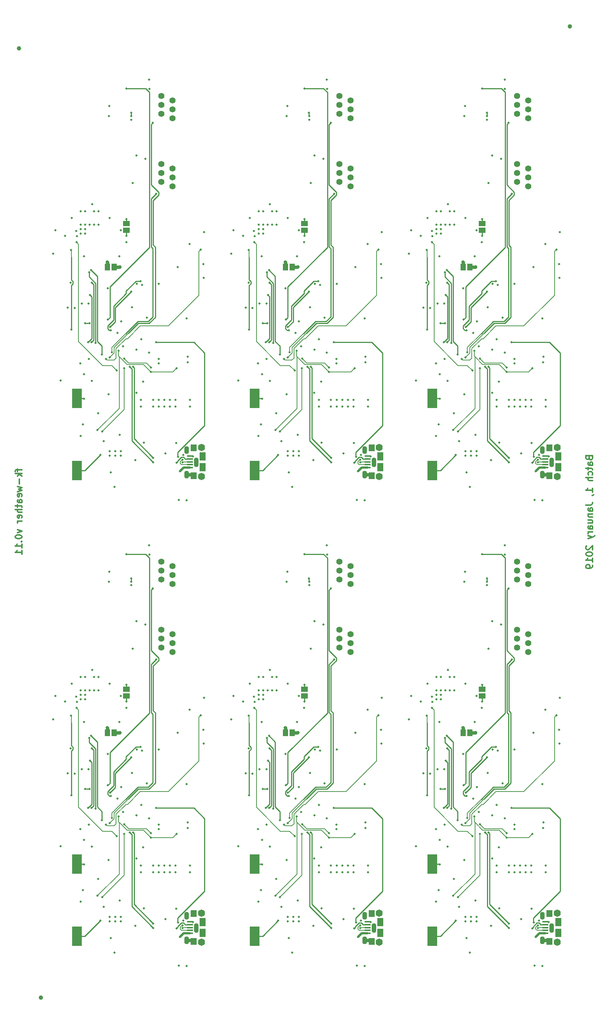
<source format=gbr>
G04 #@! TF.GenerationSoftware,KiCad,Pcbnew,(5.0.0)*
G04 #@! TF.CreationDate,2019-01-02T13:47:13-06:00*
G04 #@! TF.ProjectId,fk-weather-v0.11-02x03,666B2D776561746865722D76302E3131,0.1*
G04 #@! TF.SameCoordinates,PX791ddc0PY791ddc0*
G04 #@! TF.FileFunction,Copper,L4,Bot,Signal*
G04 #@! TF.FilePolarity,Positive*
%FSLAX46Y46*%
G04 Gerber Fmt 4.6, Leading zero omitted, Abs format (unit mm)*
G04 Created by KiCad (PCBNEW (5.0.0)) date 01/02/19 13:47:13*
%MOMM*%
%LPD*%
G01*
G04 APERTURE LIST*
G04 #@! TA.AperFunction,NonConductor*
%ADD10C,0.300000*%
G04 #@! TD*
G04 #@! TA.AperFunction,BGAPad,CuDef*
%ADD11C,1.000000*%
G04 #@! TD*
G04 #@! TA.AperFunction,SMDPad,CuDef*
%ADD12R,1.600200X1.168400*%
G04 #@! TD*
G04 #@! TA.AperFunction,SMDPad,CuDef*
%ADD13R,1.400000X1.600000*%
G04 #@! TD*
G04 #@! TA.AperFunction,SMDPad,CuDef*
%ADD14R,1.350000X0.400000*%
G04 #@! TD*
G04 #@! TA.AperFunction,SMDPad,CuDef*
%ADD15R,1.400000X1.900000*%
G04 #@! TD*
G04 #@! TA.AperFunction,ComponentPad*
%ADD16O,1.600000X1.651000*%
G04 #@! TD*
G04 #@! TA.AperFunction,SMDPad,CuDef*
%ADD17R,1.168400X1.600200*%
G04 #@! TD*
G04 #@! TA.AperFunction,ComponentPad*
%ADD18O,1.100000X2.200000*%
G04 #@! TD*
G04 #@! TA.AperFunction,ComponentPad*
%ADD19O,1.100000X1.800000*%
G04 #@! TD*
G04 #@! TA.AperFunction,SMDPad,CuDef*
%ADD20R,2.300000X4.500000*%
G04 #@! TD*
G04 #@! TA.AperFunction,ComponentPad*
%ADD21C,1.400000*%
G04 #@! TD*
G04 #@! TA.AperFunction,ViaPad*
%ADD22C,0.500000*%
G04 #@! TD*
G04 #@! TA.AperFunction,Conductor*
%ADD23C,0.254000*%
G04 #@! TD*
G04 #@! TA.AperFunction,Conductor*
%ADD24C,0.508000*%
G04 #@! TD*
G04 #@! TA.AperFunction,Conductor*
%ADD25C,0.762000*%
G04 #@! TD*
G04 #@! TA.AperFunction,Conductor*
%ADD26C,0.203200*%
G04 #@! TD*
G04 APERTURE END LIST*
D10*
X64904257Y-11703685D02*
X64975685Y-11917971D01*
X65047114Y-11989400D01*
X65189971Y-12060828D01*
X65404257Y-12060828D01*
X65547114Y-11989400D01*
X65618542Y-11917971D01*
X65689971Y-11775114D01*
X65689971Y-11203685D01*
X64189971Y-11203685D01*
X64189971Y-11703685D01*
X64261400Y-11846542D01*
X64332828Y-11917971D01*
X64475685Y-11989400D01*
X64618542Y-11989400D01*
X64761400Y-11917971D01*
X64832828Y-11846542D01*
X64904257Y-11703685D01*
X64904257Y-11203685D01*
X65689971Y-13346542D02*
X64904257Y-13346542D01*
X64761400Y-13275114D01*
X64689971Y-13132257D01*
X64689971Y-12846542D01*
X64761400Y-12703685D01*
X65618542Y-13346542D02*
X65689971Y-13203685D01*
X65689971Y-12846542D01*
X65618542Y-12703685D01*
X65475685Y-12632257D01*
X65332828Y-12632257D01*
X65189971Y-12703685D01*
X65118542Y-12846542D01*
X65118542Y-13203685D01*
X65047114Y-13346542D01*
X64689971Y-13846542D02*
X64689971Y-14417971D01*
X64189971Y-14060828D02*
X65475685Y-14060828D01*
X65618542Y-14132257D01*
X65689971Y-14275114D01*
X65689971Y-14417971D01*
X65618542Y-15560828D02*
X65689971Y-15417971D01*
X65689971Y-15132257D01*
X65618542Y-14989400D01*
X65547114Y-14917971D01*
X65404257Y-14846542D01*
X64975685Y-14846542D01*
X64832828Y-14917971D01*
X64761400Y-14989400D01*
X64689971Y-15132257D01*
X64689971Y-15417971D01*
X64761400Y-15560828D01*
X65689971Y-16203685D02*
X64189971Y-16203685D01*
X65689971Y-16846542D02*
X64904257Y-16846542D01*
X64761400Y-16775114D01*
X64689971Y-16632257D01*
X64689971Y-16417971D01*
X64761400Y-16275114D01*
X64832828Y-16203685D01*
X65689971Y-19489400D02*
X65689971Y-18632257D01*
X65689971Y-19060828D02*
X64189971Y-19060828D01*
X64404257Y-18917971D01*
X64547114Y-18775114D01*
X64618542Y-18632257D01*
X65618542Y-20203685D02*
X65689971Y-20203685D01*
X65832828Y-20132257D01*
X65904257Y-20060828D01*
X64189971Y-22417971D02*
X65261400Y-22417971D01*
X65475685Y-22346542D01*
X65618542Y-22203685D01*
X65689971Y-21989400D01*
X65689971Y-21846542D01*
X65689971Y-23775114D02*
X64904257Y-23775114D01*
X64761400Y-23703685D01*
X64689971Y-23560828D01*
X64689971Y-23275114D01*
X64761400Y-23132257D01*
X65618542Y-23775114D02*
X65689971Y-23632257D01*
X65689971Y-23275114D01*
X65618542Y-23132257D01*
X65475685Y-23060828D01*
X65332828Y-23060828D01*
X65189971Y-23132257D01*
X65118542Y-23275114D01*
X65118542Y-23632257D01*
X65047114Y-23775114D01*
X64689971Y-24489400D02*
X65689971Y-24489400D01*
X64832828Y-24489400D02*
X64761400Y-24560828D01*
X64689971Y-24703685D01*
X64689971Y-24917971D01*
X64761400Y-25060828D01*
X64904257Y-25132257D01*
X65689971Y-25132257D01*
X64689971Y-26489400D02*
X65689971Y-26489400D01*
X64689971Y-25846542D02*
X65475685Y-25846542D01*
X65618542Y-25917971D01*
X65689971Y-26060828D01*
X65689971Y-26275114D01*
X65618542Y-26417971D01*
X65547114Y-26489400D01*
X65689971Y-27846542D02*
X64904257Y-27846542D01*
X64761400Y-27775114D01*
X64689971Y-27632257D01*
X64689971Y-27346542D01*
X64761400Y-27203685D01*
X65618542Y-27846542D02*
X65689971Y-27703685D01*
X65689971Y-27346542D01*
X65618542Y-27203685D01*
X65475685Y-27132257D01*
X65332828Y-27132257D01*
X65189971Y-27203685D01*
X65118542Y-27346542D01*
X65118542Y-27703685D01*
X65047114Y-27846542D01*
X65689971Y-28560828D02*
X64689971Y-28560828D01*
X64975685Y-28560828D02*
X64832828Y-28632257D01*
X64761400Y-28703685D01*
X64689971Y-28846542D01*
X64689971Y-28989400D01*
X64689971Y-29346542D02*
X65689971Y-29703685D01*
X64689971Y-30060828D02*
X65689971Y-29703685D01*
X66047114Y-29560828D01*
X66118542Y-29489400D01*
X66189971Y-29346542D01*
X64332828Y-31703685D02*
X64261400Y-31775114D01*
X64189971Y-31917971D01*
X64189971Y-32275114D01*
X64261400Y-32417971D01*
X64332828Y-32489400D01*
X64475685Y-32560828D01*
X64618542Y-32560828D01*
X64832828Y-32489400D01*
X65689971Y-31632257D01*
X65689971Y-32560828D01*
X64189971Y-33489400D02*
X64189971Y-33632257D01*
X64261400Y-33775114D01*
X64332828Y-33846542D01*
X64475685Y-33917971D01*
X64761400Y-33989400D01*
X65118542Y-33989400D01*
X65404257Y-33917971D01*
X65547114Y-33846542D01*
X65618542Y-33775114D01*
X65689971Y-33632257D01*
X65689971Y-33489400D01*
X65618542Y-33346542D01*
X65547114Y-33275114D01*
X65404257Y-33203685D01*
X65118542Y-33132257D01*
X64761400Y-33132257D01*
X64475685Y-33203685D01*
X64332828Y-33275114D01*
X64261400Y-33346542D01*
X64189971Y-33489400D01*
X65689971Y-35417971D02*
X65689971Y-34560828D01*
X65689971Y-34989400D02*
X64189971Y-34989400D01*
X64404257Y-34846542D01*
X64547114Y-34703685D01*
X64618542Y-34560828D01*
X65689971Y-36132257D02*
X65689971Y-36417971D01*
X65618542Y-36560828D01*
X65547114Y-36632257D01*
X65332828Y-36775114D01*
X65047114Y-36846542D01*
X64475685Y-36846542D01*
X64332828Y-36775114D01*
X64261400Y-36703685D01*
X64189971Y-36560828D01*
X64189971Y-36275114D01*
X64261400Y-36132257D01*
X64332828Y-36060828D01*
X64475685Y-35989400D01*
X64832828Y-35989400D01*
X64975685Y-36060828D01*
X65047114Y-36132257D01*
X65118542Y-36275114D01*
X65118542Y-36560828D01*
X65047114Y-36703685D01*
X64975685Y-36775114D01*
X64832828Y-36846542D01*
X-65310029Y-14203685D02*
X-65310029Y-14775114D01*
X-64310029Y-14417971D02*
X-65595743Y-14417971D01*
X-65738600Y-14489400D01*
X-65810029Y-14632257D01*
X-65810029Y-14775114D01*
X-64310029Y-15275114D02*
X-65810029Y-15275114D01*
X-64881458Y-15417971D02*
X-64310029Y-15846542D01*
X-65310029Y-15846542D02*
X-64738600Y-15275114D01*
X-64881458Y-16489400D02*
X-64881458Y-17632257D01*
X-65310029Y-18203685D02*
X-64310029Y-18489400D01*
X-65024315Y-18775114D01*
X-64310029Y-19060828D01*
X-65310029Y-19346542D01*
X-64381458Y-20489400D02*
X-64310029Y-20346542D01*
X-64310029Y-20060828D01*
X-64381458Y-19917971D01*
X-64524315Y-19846542D01*
X-65095743Y-19846542D01*
X-65238600Y-19917971D01*
X-65310029Y-20060828D01*
X-65310029Y-20346542D01*
X-65238600Y-20489400D01*
X-65095743Y-20560828D01*
X-64952886Y-20560828D01*
X-64810029Y-19846542D01*
X-64310029Y-21846542D02*
X-65095743Y-21846542D01*
X-65238600Y-21775114D01*
X-65310029Y-21632257D01*
X-65310029Y-21346542D01*
X-65238600Y-21203685D01*
X-64381458Y-21846542D02*
X-64310029Y-21703685D01*
X-64310029Y-21346542D01*
X-64381458Y-21203685D01*
X-64524315Y-21132257D01*
X-64667172Y-21132257D01*
X-64810029Y-21203685D01*
X-64881458Y-21346542D01*
X-64881458Y-21703685D01*
X-64952886Y-21846542D01*
X-65310029Y-22346542D02*
X-65310029Y-22917971D01*
X-65810029Y-22560828D02*
X-64524315Y-22560828D01*
X-64381458Y-22632257D01*
X-64310029Y-22775114D01*
X-64310029Y-22917971D01*
X-64310029Y-23417971D02*
X-65810029Y-23417971D01*
X-64310029Y-24060828D02*
X-65095743Y-24060828D01*
X-65238600Y-23989400D01*
X-65310029Y-23846542D01*
X-65310029Y-23632257D01*
X-65238600Y-23489400D01*
X-65167172Y-23417971D01*
X-64381458Y-25346542D02*
X-64310029Y-25203685D01*
X-64310029Y-24917971D01*
X-64381458Y-24775114D01*
X-64524315Y-24703685D01*
X-65095743Y-24703685D01*
X-65238600Y-24775114D01*
X-65310029Y-24917971D01*
X-65310029Y-25203685D01*
X-65238600Y-25346542D01*
X-65095743Y-25417971D01*
X-64952886Y-25417971D01*
X-64810029Y-24703685D01*
X-64310029Y-26060828D02*
X-65310029Y-26060828D01*
X-65024315Y-26060828D02*
X-65167172Y-26132257D01*
X-65238600Y-26203685D01*
X-65310029Y-26346542D01*
X-65310029Y-26489400D01*
X-65310029Y-27989400D02*
X-64310029Y-28346542D01*
X-65310029Y-28703685D01*
X-65810029Y-29560828D02*
X-65810029Y-29703685D01*
X-65738600Y-29846542D01*
X-65667172Y-29917971D01*
X-65524315Y-29989400D01*
X-65238600Y-30060828D01*
X-64881458Y-30060828D01*
X-64595743Y-29989400D01*
X-64452886Y-29917971D01*
X-64381458Y-29846542D01*
X-64310029Y-29703685D01*
X-64310029Y-29560828D01*
X-64381458Y-29417971D01*
X-64452886Y-29346542D01*
X-64595743Y-29275114D01*
X-64881458Y-29203685D01*
X-65238600Y-29203685D01*
X-65524315Y-29275114D01*
X-65667172Y-29346542D01*
X-65738600Y-29417971D01*
X-65810029Y-29560828D01*
X-64452886Y-30703685D02*
X-64381458Y-30775114D01*
X-64310029Y-30703685D01*
X-64381458Y-30632257D01*
X-64452886Y-30703685D01*
X-64310029Y-30703685D01*
X-64310029Y-32203685D02*
X-64310029Y-31346542D01*
X-64310029Y-31775114D02*
X-65810029Y-31775114D01*
X-65595743Y-31632257D01*
X-65452886Y-31489400D01*
X-65381458Y-31346542D01*
X-64310029Y-33632257D02*
X-64310029Y-32775114D01*
X-64310029Y-33203685D02*
X-65810029Y-33203685D01*
X-65595743Y-33060828D01*
X-65452886Y-32917971D01*
X-65381458Y-32775114D01*
D11*
G04 #@! TO.P,REF\002A\002A,~*
G04 #@! TO.N,N/C*
X-59988600Y-134489400D03*
G04 #@! TD*
D12*
G04 #@! TO.P,J12,2*
G04 #@! TO.N,/WEATHER_3V3*
X40535400Y-64333400D03*
G04 #@! TO.P,J12,1*
G04 #@! TO.N,3V3*
X40535400Y-65857400D03*
G04 #@! TD*
G04 #@! TO.P,J12,2*
G04 #@! TO.N,/WEATHER_3V3*
X35400Y-64333400D03*
G04 #@! TO.P,J12,1*
G04 #@! TO.N,3V3*
X35400Y-65857400D03*
G04 #@! TD*
G04 #@! TO.P,J12,2*
G04 #@! TO.N,/WEATHER_3V3*
X-40464600Y-64333400D03*
G04 #@! TO.P,J12,1*
G04 #@! TO.N,3V3*
X-40464600Y-65857400D03*
G04 #@! TD*
G04 #@! TO.P,J12,2*
G04 #@! TO.N,/WEATHER_3V3*
X40535400Y41666600D03*
G04 #@! TO.P,J12,1*
G04 #@! TO.N,3V3*
X40535400Y40142600D03*
G04 #@! TD*
G04 #@! TO.P,J12,2*
G04 #@! TO.N,/WEATHER_3V3*
X35400Y41666600D03*
G04 #@! TO.P,J12,1*
G04 #@! TO.N,3V3*
X35400Y40142600D03*
G04 #@! TD*
D13*
G04 #@! TO.P,J5,7*
G04 #@! TO.N,Net-(C10-Pad1)*
X55883600Y-121777400D03*
D14*
G04 #@! TO.P,J5,3*
G04 #@! TO.N,/USB+*
X54963600Y-118577400D03*
D15*
G04 #@! TO.P,J5,9*
G04 #@! TO.N,Net-(J5-Pad9)*
X57883600Y-119777400D03*
D16*
G04 #@! TO.P,J5,*
G04 #@! TO.N,*
X57633600Y-115277400D03*
D15*
G04 #@! TO.P,J5,8*
G04 #@! TO.N,Net-(J5-Pad8)*
X57883600Y-117377400D03*
D16*
G04 #@! TO.P,J5,*
G04 #@! TO.N,*
X57633600Y-121877400D03*
D14*
G04 #@! TO.P,J5,2*
G04 #@! TO.N,/USB-*
X54963600Y-117927400D03*
G04 #@! TO.P,J5,1*
G04 #@! TO.N,VUSB*
X54963600Y-117277400D03*
G04 #@! TO.P,J5,4*
G04 #@! TO.N,Net-(J1-Pad4)*
X54963600Y-119227400D03*
G04 #@! TO.P,J5,5*
G04 #@! TO.N,GND*
X54963600Y-119877400D03*
D13*
G04 #@! TO.P,J5,6*
G04 #@! TO.N,Net-(J5-Pad6)*
X55883600Y-115377400D03*
G04 #@! TD*
G04 #@! TO.P,J5,7*
G04 #@! TO.N,Net-(C10-Pad1)*
X15383600Y-121777400D03*
D14*
G04 #@! TO.P,J5,3*
G04 #@! TO.N,/USB+*
X14463600Y-118577400D03*
D15*
G04 #@! TO.P,J5,9*
G04 #@! TO.N,Net-(J5-Pad9)*
X17383600Y-119777400D03*
D16*
G04 #@! TO.P,J5,*
G04 #@! TO.N,*
X17133600Y-115277400D03*
D15*
G04 #@! TO.P,J5,8*
G04 #@! TO.N,Net-(J5-Pad8)*
X17383600Y-117377400D03*
D16*
G04 #@! TO.P,J5,*
G04 #@! TO.N,*
X17133600Y-121877400D03*
D14*
G04 #@! TO.P,J5,2*
G04 #@! TO.N,/USB-*
X14463600Y-117927400D03*
G04 #@! TO.P,J5,1*
G04 #@! TO.N,VUSB*
X14463600Y-117277400D03*
G04 #@! TO.P,J5,4*
G04 #@! TO.N,Net-(J1-Pad4)*
X14463600Y-119227400D03*
G04 #@! TO.P,J5,5*
G04 #@! TO.N,GND*
X14463600Y-119877400D03*
D13*
G04 #@! TO.P,J5,6*
G04 #@! TO.N,Net-(J5-Pad6)*
X15383600Y-115377400D03*
G04 #@! TD*
G04 #@! TO.P,J5,7*
G04 #@! TO.N,Net-(C10-Pad1)*
X-25116400Y-121777400D03*
D14*
G04 #@! TO.P,J5,3*
G04 #@! TO.N,/USB+*
X-26036400Y-118577400D03*
D15*
G04 #@! TO.P,J5,9*
G04 #@! TO.N,Net-(J5-Pad9)*
X-23116400Y-119777400D03*
D16*
G04 #@! TO.P,J5,*
G04 #@! TO.N,*
X-23366400Y-115277400D03*
D15*
G04 #@! TO.P,J5,8*
G04 #@! TO.N,Net-(J5-Pad8)*
X-23116400Y-117377400D03*
D16*
G04 #@! TO.P,J5,*
G04 #@! TO.N,*
X-23366400Y-121877400D03*
D14*
G04 #@! TO.P,J5,2*
G04 #@! TO.N,/USB-*
X-26036400Y-117927400D03*
G04 #@! TO.P,J5,1*
G04 #@! TO.N,VUSB*
X-26036400Y-117277400D03*
G04 #@! TO.P,J5,4*
G04 #@! TO.N,Net-(J1-Pad4)*
X-26036400Y-119227400D03*
G04 #@! TO.P,J5,5*
G04 #@! TO.N,GND*
X-26036400Y-119877400D03*
D13*
G04 #@! TO.P,J5,6*
G04 #@! TO.N,Net-(J5-Pad6)*
X-25116400Y-115377400D03*
G04 #@! TD*
G04 #@! TO.P,J5,7*
G04 #@! TO.N,Net-(C10-Pad1)*
X55883600Y-15777400D03*
D14*
G04 #@! TO.P,J5,3*
G04 #@! TO.N,/USB+*
X54963600Y-12577400D03*
D15*
G04 #@! TO.P,J5,9*
G04 #@! TO.N,Net-(J5-Pad9)*
X57883600Y-13777400D03*
D16*
G04 #@! TO.P,J5,*
G04 #@! TO.N,*
X57633600Y-9277400D03*
D15*
G04 #@! TO.P,J5,8*
G04 #@! TO.N,Net-(J5-Pad8)*
X57883600Y-11377400D03*
D16*
G04 #@! TO.P,J5,*
G04 #@! TO.N,*
X57633600Y-15877400D03*
D14*
G04 #@! TO.P,J5,2*
G04 #@! TO.N,/USB-*
X54963600Y-11927400D03*
G04 #@! TO.P,J5,1*
G04 #@! TO.N,VUSB*
X54963600Y-11277400D03*
G04 #@! TO.P,J5,4*
G04 #@! TO.N,Net-(J1-Pad4)*
X54963600Y-13227400D03*
G04 #@! TO.P,J5,5*
G04 #@! TO.N,GND*
X54963600Y-13877400D03*
D13*
G04 #@! TO.P,J5,6*
G04 #@! TO.N,Net-(J5-Pad6)*
X55883600Y-9377400D03*
G04 #@! TD*
G04 #@! TO.P,J5,7*
G04 #@! TO.N,Net-(C10-Pad1)*
X15383600Y-15777400D03*
D14*
G04 #@! TO.P,J5,3*
G04 #@! TO.N,/USB+*
X14463600Y-12577400D03*
D15*
G04 #@! TO.P,J5,9*
G04 #@! TO.N,Net-(J5-Pad9)*
X17383600Y-13777400D03*
D16*
G04 #@! TO.P,J5,*
G04 #@! TO.N,*
X17133600Y-9277400D03*
D15*
G04 #@! TO.P,J5,8*
G04 #@! TO.N,Net-(J5-Pad8)*
X17383600Y-11377400D03*
D16*
G04 #@! TO.P,J5,*
G04 #@! TO.N,*
X17133600Y-15877400D03*
D14*
G04 #@! TO.P,J5,2*
G04 #@! TO.N,/USB-*
X14463600Y-11927400D03*
G04 #@! TO.P,J5,1*
G04 #@! TO.N,VUSB*
X14463600Y-11277400D03*
G04 #@! TO.P,J5,4*
G04 #@! TO.N,Net-(J1-Pad4)*
X14463600Y-13227400D03*
G04 #@! TO.P,J5,5*
G04 #@! TO.N,GND*
X14463600Y-13877400D03*
D13*
G04 #@! TO.P,J5,6*
G04 #@! TO.N,Net-(J5-Pad6)*
X15383600Y-9377400D03*
G04 #@! TD*
D17*
G04 #@! TO.P,J9,1*
G04 #@! TO.N,3V3*
X37741400Y-74214000D03*
G04 #@! TO.P,J9,2*
G04 #@! TO.N,/PERIPH_3V3*
X36217400Y-74214000D03*
G04 #@! TD*
G04 #@! TO.P,J9,1*
G04 #@! TO.N,3V3*
X-2758600Y-74214000D03*
G04 #@! TO.P,J9,2*
G04 #@! TO.N,/PERIPH_3V3*
X-4282600Y-74214000D03*
G04 #@! TD*
G04 #@! TO.P,J9,1*
G04 #@! TO.N,3V3*
X-43258600Y-74214000D03*
G04 #@! TO.P,J9,2*
G04 #@! TO.N,/PERIPH_3V3*
X-44782600Y-74214000D03*
G04 #@! TD*
G04 #@! TO.P,J9,1*
G04 #@! TO.N,3V3*
X37741400Y31786000D03*
G04 #@! TO.P,J9,2*
G04 #@! TO.N,/PERIPH_3V3*
X36217400Y31786000D03*
G04 #@! TD*
G04 #@! TO.P,J9,1*
G04 #@! TO.N,3V3*
X-2758600Y31786000D03*
G04 #@! TO.P,J9,2*
G04 #@! TO.N,/PERIPH_3V3*
X-4282600Y31786000D03*
G04 #@! TD*
D18*
G04 #@! TO.P,J1,8*
G04 #@! TO.N,Net-(J1-Pad8)*
X56401400Y-118689400D03*
D19*
G04 #@! TO.P,J1,7*
G04 #@! TO.N,Net-(J1-Pad7)*
X54251400Y-115889400D03*
G04 #@! TO.P,J1,6*
G04 #@! TO.N,Net-(C10-Pad1)*
X54251400Y-121489400D03*
G04 #@! TD*
D18*
G04 #@! TO.P,J1,8*
G04 #@! TO.N,Net-(J1-Pad8)*
X15901400Y-118689400D03*
D19*
G04 #@! TO.P,J1,7*
G04 #@! TO.N,Net-(J1-Pad7)*
X13751400Y-115889400D03*
G04 #@! TO.P,J1,6*
G04 #@! TO.N,Net-(C10-Pad1)*
X13751400Y-121489400D03*
G04 #@! TD*
D18*
G04 #@! TO.P,J1,8*
G04 #@! TO.N,Net-(J1-Pad8)*
X-24598600Y-118689400D03*
D19*
G04 #@! TO.P,J1,7*
G04 #@! TO.N,Net-(J1-Pad7)*
X-26748600Y-115889400D03*
G04 #@! TO.P,J1,6*
G04 #@! TO.N,Net-(C10-Pad1)*
X-26748600Y-121489400D03*
G04 #@! TD*
D18*
G04 #@! TO.P,J1,8*
G04 #@! TO.N,Net-(J1-Pad8)*
X56401400Y-12689400D03*
D19*
G04 #@! TO.P,J1,7*
G04 #@! TO.N,Net-(J1-Pad7)*
X54251400Y-9889400D03*
G04 #@! TO.P,J1,6*
G04 #@! TO.N,Net-(C10-Pad1)*
X54251400Y-15489400D03*
G04 #@! TD*
D18*
G04 #@! TO.P,J1,8*
G04 #@! TO.N,Net-(J1-Pad8)*
X15901400Y-12689400D03*
D19*
G04 #@! TO.P,J1,7*
G04 #@! TO.N,Net-(J1-Pad7)*
X13751400Y-9889400D03*
G04 #@! TO.P,J1,6*
G04 #@! TO.N,Net-(C10-Pad1)*
X13751400Y-15489400D03*
G04 #@! TD*
D20*
G04 #@! TO.P,BT1,2*
G04 #@! TO.N,GND*
X29232400Y-104139400D03*
G04 #@! TO.P,BT1,1*
G04 #@! TO.N,Net-(BT1-Pad1)*
X29232400Y-120539400D03*
G04 #@! TD*
G04 #@! TO.P,BT1,2*
G04 #@! TO.N,GND*
X-11267600Y-104139400D03*
G04 #@! TO.P,BT1,1*
G04 #@! TO.N,Net-(BT1-Pad1)*
X-11267600Y-120539400D03*
G04 #@! TD*
G04 #@! TO.P,BT1,2*
G04 #@! TO.N,GND*
X-51767600Y-104139400D03*
G04 #@! TO.P,BT1,1*
G04 #@! TO.N,Net-(BT1-Pad1)*
X-51767600Y-120539400D03*
G04 #@! TD*
G04 #@! TO.P,BT1,2*
G04 #@! TO.N,GND*
X29232400Y1860600D03*
G04 #@! TO.P,BT1,1*
G04 #@! TO.N,Net-(BT1-Pad1)*
X29232400Y-14539400D03*
G04 #@! TD*
G04 #@! TO.P,BT1,2*
G04 #@! TO.N,GND*
X-11267600Y1860600D03*
G04 #@! TO.P,BT1,1*
G04 #@! TO.N,Net-(BT1-Pad1)*
X-11267600Y-14539400D03*
G04 #@! TD*
D21*
G04 #@! TO.P,J11,1*
G04 #@! TO.N,Net-(J11-Pad1)*
X48508428Y-35272068D03*
G04 #@! TO.P,J11,2*
G04 #@! TO.N,Net-(J11-Pad2)*
X51048428Y-36292068D03*
G04 #@! TO.P,J11,3*
G04 #@! TO.N,Net-(J11-Pad3)*
X48508428Y-37312068D03*
G04 #@! TO.P,J11,4*
G04 #@! TO.N,Net-(J11-Pad4)*
X51048428Y-38332068D03*
G04 #@! TO.P,J11,5*
G04 #@! TO.N,Net-(J11-Pad5)*
X48508428Y-39352068D03*
G04 #@! TO.P,J11,6*
G04 #@! TO.N,Net-(J11-Pad6)*
X51048428Y-40372068D03*
G04 #@! TD*
G04 #@! TO.P,J11,1*
G04 #@! TO.N,Net-(J11-Pad1)*
X8008428Y-35272068D03*
G04 #@! TO.P,J11,2*
G04 #@! TO.N,Net-(J11-Pad2)*
X10548428Y-36292068D03*
G04 #@! TO.P,J11,3*
G04 #@! TO.N,Net-(J11-Pad3)*
X8008428Y-37312068D03*
G04 #@! TO.P,J11,4*
G04 #@! TO.N,Net-(J11-Pad4)*
X10548428Y-38332068D03*
G04 #@! TO.P,J11,5*
G04 #@! TO.N,Net-(J11-Pad5)*
X8008428Y-39352068D03*
G04 #@! TO.P,J11,6*
G04 #@! TO.N,Net-(J11-Pad6)*
X10548428Y-40372068D03*
G04 #@! TD*
G04 #@! TO.P,J11,1*
G04 #@! TO.N,Net-(J11-Pad1)*
X-32491572Y-35272068D03*
G04 #@! TO.P,J11,2*
G04 #@! TO.N,Net-(J11-Pad2)*
X-29951572Y-36292068D03*
G04 #@! TO.P,J11,3*
G04 #@! TO.N,Net-(J11-Pad3)*
X-32491572Y-37312068D03*
G04 #@! TO.P,J11,4*
G04 #@! TO.N,Net-(J11-Pad4)*
X-29951572Y-38332068D03*
G04 #@! TO.P,J11,5*
G04 #@! TO.N,Net-(J11-Pad5)*
X-32491572Y-39352068D03*
G04 #@! TO.P,J11,6*
G04 #@! TO.N,Net-(J11-Pad6)*
X-29951572Y-40372068D03*
G04 #@! TD*
G04 #@! TO.P,J11,1*
G04 #@! TO.N,Net-(J11-Pad1)*
X48508428Y70727932D03*
G04 #@! TO.P,J11,2*
G04 #@! TO.N,Net-(J11-Pad2)*
X51048428Y69707932D03*
G04 #@! TO.P,J11,3*
G04 #@! TO.N,Net-(J11-Pad3)*
X48508428Y68687932D03*
G04 #@! TO.P,J11,4*
G04 #@! TO.N,Net-(J11-Pad4)*
X51048428Y67667932D03*
G04 #@! TO.P,J11,5*
G04 #@! TO.N,Net-(J11-Pad5)*
X48508428Y66647932D03*
G04 #@! TO.P,J11,6*
G04 #@! TO.N,Net-(J11-Pad6)*
X51048428Y65627932D03*
G04 #@! TD*
G04 #@! TO.P,J11,1*
G04 #@! TO.N,Net-(J11-Pad1)*
X8008428Y70727932D03*
G04 #@! TO.P,J11,2*
G04 #@! TO.N,Net-(J11-Pad2)*
X10548428Y69707932D03*
G04 #@! TO.P,J11,3*
G04 #@! TO.N,Net-(J11-Pad3)*
X8008428Y68687932D03*
G04 #@! TO.P,J11,4*
G04 #@! TO.N,Net-(J11-Pad4)*
X10548428Y67667932D03*
G04 #@! TO.P,J11,5*
G04 #@! TO.N,Net-(J11-Pad5)*
X8008428Y66647932D03*
G04 #@! TO.P,J11,6*
G04 #@! TO.N,Net-(J11-Pad6)*
X10548428Y65627932D03*
G04 #@! TD*
G04 #@! TO.P,J10,6*
G04 #@! TO.N,Net-(J10-Pad6)*
X51034428Y-55872068D03*
G04 #@! TO.P,J10,5*
G04 #@! TO.N,/RAIN_5*
X48494428Y-54852068D03*
G04 #@! TO.P,J10,4*
G04 #@! TO.N,Net-(J10-Pad4)*
X51034428Y-53832068D03*
G04 #@! TO.P,J10,3*
G04 #@! TO.N,Net-(J10-Pad3)*
X48494428Y-52812068D03*
G04 #@! TO.P,J10,2*
G04 #@! TO.N,/RAIN_2*
X51034428Y-51792068D03*
G04 #@! TO.P,J10,1*
G04 #@! TO.N,Net-(J10-Pad1)*
X48494428Y-50772068D03*
G04 #@! TD*
G04 #@! TO.P,J10,6*
G04 #@! TO.N,Net-(J10-Pad6)*
X10534428Y-55872068D03*
G04 #@! TO.P,J10,5*
G04 #@! TO.N,/RAIN_5*
X7994428Y-54852068D03*
G04 #@! TO.P,J10,4*
G04 #@! TO.N,Net-(J10-Pad4)*
X10534428Y-53832068D03*
G04 #@! TO.P,J10,3*
G04 #@! TO.N,Net-(J10-Pad3)*
X7994428Y-52812068D03*
G04 #@! TO.P,J10,2*
G04 #@! TO.N,/RAIN_2*
X10534428Y-51792068D03*
G04 #@! TO.P,J10,1*
G04 #@! TO.N,Net-(J10-Pad1)*
X7994428Y-50772068D03*
G04 #@! TD*
G04 #@! TO.P,J10,6*
G04 #@! TO.N,Net-(J10-Pad6)*
X-29965572Y-55872068D03*
G04 #@! TO.P,J10,5*
G04 #@! TO.N,/RAIN_5*
X-32505572Y-54852068D03*
G04 #@! TO.P,J10,4*
G04 #@! TO.N,Net-(J10-Pad4)*
X-29965572Y-53832068D03*
G04 #@! TO.P,J10,3*
G04 #@! TO.N,Net-(J10-Pad3)*
X-32505572Y-52812068D03*
G04 #@! TO.P,J10,2*
G04 #@! TO.N,/RAIN_2*
X-29965572Y-51792068D03*
G04 #@! TO.P,J10,1*
G04 #@! TO.N,Net-(J10-Pad1)*
X-32505572Y-50772068D03*
G04 #@! TD*
G04 #@! TO.P,J10,6*
G04 #@! TO.N,Net-(J10-Pad6)*
X51034428Y50127932D03*
G04 #@! TO.P,J10,5*
G04 #@! TO.N,/RAIN_5*
X48494428Y51147932D03*
G04 #@! TO.P,J10,4*
G04 #@! TO.N,Net-(J10-Pad4)*
X51034428Y52167932D03*
G04 #@! TO.P,J10,3*
G04 #@! TO.N,Net-(J10-Pad3)*
X48494428Y53187932D03*
G04 #@! TO.P,J10,2*
G04 #@! TO.N,/RAIN_2*
X51034428Y54207932D03*
G04 #@! TO.P,J10,1*
G04 #@! TO.N,Net-(J10-Pad1)*
X48494428Y55227932D03*
G04 #@! TD*
G04 #@! TO.P,J10,6*
G04 #@! TO.N,Net-(J10-Pad6)*
X10534428Y50127932D03*
G04 #@! TO.P,J10,5*
G04 #@! TO.N,/RAIN_5*
X7994428Y51147932D03*
G04 #@! TO.P,J10,4*
G04 #@! TO.N,Net-(J10-Pad4)*
X10534428Y52167932D03*
G04 #@! TO.P,J10,3*
G04 #@! TO.N,Net-(J10-Pad3)*
X7994428Y53187932D03*
G04 #@! TO.P,J10,2*
G04 #@! TO.N,/RAIN_2*
X10534428Y54207932D03*
G04 #@! TO.P,J10,1*
G04 #@! TO.N,Net-(J10-Pad1)*
X7994428Y55227932D03*
G04 #@! TD*
D11*
G04 #@! TO.P,REF\002A\002A,~*
G04 #@! TO.N,N/C*
X60511400Y86510600D03*
G04 #@! TD*
G04 #@! TO.P,REF\002A\002A,~*
G04 #@! TO.N,N/C*
X-64988600Y81510600D03*
G04 #@! TD*
D17*
G04 #@! TO.P,J9,2*
G04 #@! TO.N,/PERIPH_3V3*
X-44782600Y31786000D03*
G04 #@! TO.P,J9,1*
G04 #@! TO.N,3V3*
X-43258600Y31786000D03*
G04 #@! TD*
D12*
G04 #@! TO.P,J12,1*
G04 #@! TO.N,3V3*
X-40464600Y40142600D03*
G04 #@! TO.P,J12,2*
G04 #@! TO.N,/WEATHER_3V3*
X-40464600Y41666600D03*
G04 #@! TD*
D13*
G04 #@! TO.P,J5,6*
G04 #@! TO.N,Net-(J5-Pad6)*
X-25116400Y-9377400D03*
D14*
G04 #@! TO.P,J5,5*
G04 #@! TO.N,GND*
X-26036400Y-13877400D03*
G04 #@! TO.P,J5,4*
G04 #@! TO.N,Net-(J1-Pad4)*
X-26036400Y-13227400D03*
G04 #@! TO.P,J5,1*
G04 #@! TO.N,VUSB*
X-26036400Y-11277400D03*
G04 #@! TO.P,J5,2*
G04 #@! TO.N,/USB-*
X-26036400Y-11927400D03*
D16*
G04 #@! TO.P,J5,*
G04 #@! TO.N,*
X-23366400Y-15877400D03*
D15*
G04 #@! TO.P,J5,8*
G04 #@! TO.N,Net-(J5-Pad8)*
X-23116400Y-11377400D03*
D16*
G04 #@! TO.P,J5,*
G04 #@! TO.N,*
X-23366400Y-9277400D03*
D15*
G04 #@! TO.P,J5,9*
G04 #@! TO.N,Net-(J5-Pad9)*
X-23116400Y-13777400D03*
D14*
G04 #@! TO.P,J5,3*
G04 #@! TO.N,/USB+*
X-26036400Y-12577400D03*
D13*
G04 #@! TO.P,J5,7*
G04 #@! TO.N,Net-(C10-Pad1)*
X-25116400Y-15777400D03*
G04 #@! TD*
D19*
G04 #@! TO.P,J1,6*
G04 #@! TO.N,Net-(C10-Pad1)*
X-26748600Y-15489400D03*
G04 #@! TO.P,J1,7*
G04 #@! TO.N,Net-(J1-Pad7)*
X-26748600Y-9889400D03*
D18*
G04 #@! TO.P,J1,8*
G04 #@! TO.N,Net-(J1-Pad8)*
X-24598600Y-12689400D03*
G04 #@! TD*
D20*
G04 #@! TO.P,BT1,1*
G04 #@! TO.N,Net-(BT1-Pad1)*
X-51767600Y-14539400D03*
G04 #@! TO.P,BT1,2*
G04 #@! TO.N,GND*
X-51767600Y1860600D03*
G04 #@! TD*
D21*
G04 #@! TO.P,J10,1*
G04 #@! TO.N,Net-(J10-Pad1)*
X-32505572Y55227932D03*
G04 #@! TO.P,J10,2*
G04 #@! TO.N,/RAIN_2*
X-29965572Y54207932D03*
G04 #@! TO.P,J10,3*
G04 #@! TO.N,Net-(J10-Pad3)*
X-32505572Y53187932D03*
G04 #@! TO.P,J10,4*
G04 #@! TO.N,Net-(J10-Pad4)*
X-29965572Y52167932D03*
G04 #@! TO.P,J10,5*
G04 #@! TO.N,/RAIN_5*
X-32505572Y51147932D03*
G04 #@! TO.P,J10,6*
G04 #@! TO.N,Net-(J10-Pad6)*
X-29965572Y50127932D03*
G04 #@! TD*
G04 #@! TO.P,J11,6*
G04 #@! TO.N,Net-(J11-Pad6)*
X-29951572Y65627932D03*
G04 #@! TO.P,J11,5*
G04 #@! TO.N,Net-(J11-Pad5)*
X-32491572Y66647932D03*
G04 #@! TO.P,J11,4*
G04 #@! TO.N,Net-(J11-Pad4)*
X-29951572Y67667932D03*
G04 #@! TO.P,J11,3*
G04 #@! TO.N,Net-(J11-Pad3)*
X-32491572Y68687932D03*
G04 #@! TO.P,J11,2*
G04 #@! TO.N,Net-(J11-Pad2)*
X-29951572Y69707932D03*
G04 #@! TO.P,J11,1*
G04 #@! TO.N,Net-(J11-Pad1)*
X-32491572Y70727932D03*
G04 #@! TD*
D22*
G04 #@! TO.N,GND*
X-49075200Y23480200D03*
X-50650000Y23480200D03*
X-39359700Y65326700D03*
X-39359700Y66101400D03*
X-39372400Y66863400D03*
X-49900700Y18946300D03*
X-48884700Y18946300D03*
X-44350800Y68438200D03*
X-36146600Y56398600D03*
X-39016800Y50912200D03*
X-51920000Y39990200D03*
X-35308400Y12253400D03*
X-26545400Y10043600D03*
X-34390010Y10600D03*
X-44528600Y2804600D03*
X-44274600Y42936600D03*
X-52910600Y42936600D03*
X-42496600Y16774600D03*
X-41226600Y13726600D03*
X-50116600Y7376600D03*
X-49038686Y10849276D03*
X-52275600Y22464200D03*
X-53164600Y28204600D03*
X-45671600Y-7838000D03*
X-50929400Y-6720400D03*
X-46890800Y-1513400D03*
X-50116600Y1788600D03*
X-44020600Y-14975400D03*
X-31574600Y-10657400D03*
X-38432600Y-12181400D03*
X-28272600Y-14721400D03*
X-27529052Y-11020943D03*
X-26748600Y-21325400D03*
X-28526600Y-21249800D03*
X-26748600Y20076600D03*
X-36908600Y27696600D03*
X-33098600Y27950600D03*
X-39194600Y22616600D03*
X-29288600Y10600D03*
X-30558600Y10600D03*
X-33098600Y10600D03*
X-31828600Y10600D03*
X-33120010Y10831000D03*
X-25986600Y10600D03*
X-37162600Y10600D03*
X-22862400Y29296800D03*
X-22954600Y32396400D03*
X-26062800Y36993000D03*
X-42115600Y34173600D03*
X-56619000Y40117200D03*
X-48262400Y46035400D03*
X-40515400Y37450200D03*
X-57127000Y34834000D03*
X-29161600Y-8269800D03*
X-43207800Y-18282862D03*
X-44731800Y26934600D03*
X-28806000Y31786000D03*
X8925400Y-10657400D03*
X49425400Y-10657400D03*
X-31574600Y-116657400D03*
X8925400Y-116657400D03*
X49425400Y-116657400D03*
X-8575200Y23480200D03*
X31924800Y23480200D03*
X-49075200Y-82519800D03*
X-8575200Y-82519800D03*
X31924800Y-82519800D03*
X1127600Y66863400D03*
X41627600Y66863400D03*
X-39372400Y-39136600D03*
X1127600Y-39136600D03*
X41627600Y-39136600D03*
X-9616600Y1788600D03*
X30883400Y1788600D03*
X-50116600Y-104211400D03*
X-9616600Y-104211400D03*
X30883400Y-104211400D03*
X13751400Y-21325400D03*
X54251400Y-21325400D03*
X-26748600Y-127325400D03*
X13751400Y-127325400D03*
X54251400Y-127325400D03*
X17545400Y32396400D03*
X58045400Y32396400D03*
X-22954600Y-73603600D03*
X17545400Y-73603600D03*
X58045400Y-73603600D03*
X-1615600Y34173600D03*
X38884400Y34173600D03*
X-42115600Y-71826400D03*
X-1615600Y-71826400D03*
X38884400Y-71826400D03*
X-7762400Y46035400D03*
X32737600Y46035400D03*
X-48262400Y-59964600D03*
X-7762400Y-59964600D03*
X32737600Y-59964600D03*
X-10150000Y23480200D03*
X30350000Y23480200D03*
X-50650000Y-82519800D03*
X-10150000Y-82519800D03*
X30350000Y-82519800D03*
X-4231800Y26934600D03*
X36268200Y26934600D03*
X-44731800Y-79065400D03*
X-4231800Y-79065400D03*
X36268200Y-79065400D03*
X-11775600Y22464200D03*
X28724400Y22464200D03*
X-52275600Y-83535800D03*
X-11775600Y-83535800D03*
X28724400Y-83535800D03*
X13751400Y20076600D03*
X54251400Y20076600D03*
X-26748600Y-85923400D03*
X13751400Y-85923400D03*
X54251400Y-85923400D03*
X11211400Y10600D03*
X51711400Y10600D03*
X-29288600Y-105989400D03*
X11211400Y-105989400D03*
X51711400Y-105989400D03*
X11694000Y31786000D03*
X52194000Y31786000D03*
X-28806000Y-74214000D03*
X11694000Y-74214000D03*
X52194000Y-74214000D03*
X4353400Y56398600D03*
X44853400Y56398600D03*
X-36146600Y-49601400D03*
X4353400Y-49601400D03*
X44853400Y-49601400D03*
X1483200Y50912200D03*
X41983200Y50912200D03*
X-39016800Y-55087800D03*
X1483200Y-55087800D03*
X41983200Y-55087800D03*
X-11420000Y39990200D03*
X29080000Y39990200D03*
X-51920000Y-66009800D03*
X-11420000Y-66009800D03*
X29080000Y-66009800D03*
X-4028600Y2804600D03*
X36471400Y2804600D03*
X-44528600Y-103195400D03*
X-4028600Y-103195400D03*
X36471400Y-103195400D03*
X-1996600Y16774600D03*
X38503400Y16774600D03*
X-42496600Y-89225400D03*
X-1996600Y-89225400D03*
X38503400Y-89225400D03*
X-726600Y13726600D03*
X39773400Y13726600D03*
X-41226600Y-92273400D03*
X-726600Y-92273400D03*
X39773400Y-92273400D03*
X-8538686Y10849276D03*
X31961314Y10849276D03*
X-49038686Y-95150724D03*
X-8538686Y-95150724D03*
X31961314Y-95150724D03*
X1140300Y66101400D03*
X41640300Y66101400D03*
X-39359700Y-39898600D03*
X1140300Y-39898600D03*
X41640300Y-39898600D03*
X3591400Y27696600D03*
X44091400Y27696600D03*
X-36908600Y-78303400D03*
X3591400Y-78303400D03*
X44091400Y-78303400D03*
X6109990Y10600D03*
X46609990Y10600D03*
X-34390010Y-105989400D03*
X6109990Y-105989400D03*
X46609990Y-105989400D03*
X-12410600Y42936600D03*
X28089400Y42936600D03*
X-52910600Y-63063400D03*
X-12410600Y-63063400D03*
X28089400Y-63063400D03*
X-15400Y37450200D03*
X40484600Y37450200D03*
X-40515400Y-68549800D03*
X-15400Y-68549800D03*
X40484600Y-68549800D03*
X14437200Y36993000D03*
X54937200Y36993000D03*
X-26062800Y-69007000D03*
X14437200Y-69007000D03*
X54937200Y-69007000D03*
X-5171600Y-7838000D03*
X35328400Y-7838000D03*
X-45671600Y-113838000D03*
X-5171600Y-113838000D03*
X35328400Y-113838000D03*
X-10429400Y-6720400D03*
X30070600Y-6720400D03*
X-50929400Y-112720400D03*
X-10429400Y-112720400D03*
X30070600Y-112720400D03*
X-2707800Y-18282862D03*
X37792200Y-18282862D03*
X-43207800Y-124282862D03*
X-2707800Y-124282862D03*
X37792200Y-124282862D03*
X12227400Y-14721400D03*
X52727400Y-14721400D03*
X-28272600Y-120721400D03*
X12227400Y-120721400D03*
X52727400Y-120721400D03*
X7401400Y27950600D03*
X47901400Y27950600D03*
X-33098600Y-78049400D03*
X7401400Y-78049400D03*
X47901400Y-78049400D03*
X8671400Y10600D03*
X49171400Y10600D03*
X-31828600Y-105989400D03*
X8671400Y-105989400D03*
X49171400Y-105989400D03*
X-3774600Y42936600D03*
X36725400Y42936600D03*
X-44274600Y-63063400D03*
X-3774600Y-63063400D03*
X36725400Y-63063400D03*
X14513400Y10600D03*
X55013400Y10600D03*
X-25986600Y-105989400D03*
X14513400Y-105989400D03*
X55013400Y-105989400D03*
X7401400Y10600D03*
X47901400Y10600D03*
X-33098600Y-105989400D03*
X7401400Y-105989400D03*
X47901400Y-105989400D03*
X-16627000Y34834000D03*
X23873000Y34834000D03*
X-57127000Y-71166000D03*
X-16627000Y-71166000D03*
X23873000Y-71166000D03*
X13954600Y10043600D03*
X54454600Y10043600D03*
X-26545400Y-95956400D03*
X13954600Y-95956400D03*
X54454600Y-95956400D03*
X1305400Y22616600D03*
X41805400Y22616600D03*
X-39194600Y-83383400D03*
X1305400Y-83383400D03*
X41805400Y-83383400D03*
X-3850800Y68438200D03*
X36649200Y68438200D03*
X-44350800Y-37561800D03*
X-3850800Y-37561800D03*
X36649200Y-37561800D03*
X9941400Y10600D03*
X50441400Y10600D03*
X-30558600Y-105989400D03*
X9941400Y-105989400D03*
X50441400Y-105989400D03*
X7379990Y10831000D03*
X47879990Y10831000D03*
X-33120010Y-95169000D03*
X7379990Y-95169000D03*
X47879990Y-95169000D03*
X-6390800Y-1513400D03*
X34109200Y-1513400D03*
X-46890800Y-107513400D03*
X-6390800Y-107513400D03*
X34109200Y-107513400D03*
X-9400700Y18946300D03*
X31099300Y18946300D03*
X-49900700Y-87053700D03*
X-9400700Y-87053700D03*
X31099300Y-87053700D03*
X-8384700Y18946300D03*
X32115300Y18946300D03*
X-48884700Y-87053700D03*
X-8384700Y-87053700D03*
X32115300Y-87053700D03*
X-9616600Y7376600D03*
X30883400Y7376600D03*
X-50116600Y-98623400D03*
X-9616600Y-98623400D03*
X30883400Y-98623400D03*
X-3520600Y-14975400D03*
X36979400Y-14975400D03*
X-44020600Y-120975400D03*
X-3520600Y-120975400D03*
X36979400Y-120975400D03*
X2067400Y-12181400D03*
X42567400Y-12181400D03*
X-38432600Y-118181400D03*
X2067400Y-118181400D03*
X42567400Y-118181400D03*
X11973400Y-21249800D03*
X52473400Y-21249800D03*
X-28526600Y-127249800D03*
X11973400Y-127249800D03*
X52473400Y-127249800D03*
X-12664600Y28204600D03*
X27835400Y28204600D03*
X-53164600Y-77795400D03*
X-12664600Y-77795400D03*
X27835400Y-77795400D03*
X17637600Y29296800D03*
X58137600Y29296800D03*
X-22862400Y-76703200D03*
X17637600Y-76703200D03*
X58137600Y-76703200D03*
X3337400Y10600D03*
X43837400Y10600D03*
X-37162600Y-105989400D03*
X3337400Y-105989400D03*
X43837400Y-105989400D03*
X-16119000Y40117200D03*
X24381000Y40117200D03*
X-56619000Y-65882800D03*
X-16119000Y-65882800D03*
X24381000Y-65882800D03*
X11338400Y-8269800D03*
X51838400Y-8269800D03*
X-29161600Y-114269800D03*
X11338400Y-114269800D03*
X51838400Y-114269800D03*
X5191600Y12253400D03*
X45691600Y12253400D03*
X-35308400Y-93746600D03*
X5191600Y-93746600D03*
X45691600Y-93746600D03*
X12970948Y-11020943D03*
X53470948Y-11020943D03*
X-27529052Y-117020943D03*
X12970948Y-117020943D03*
X53470948Y-117020943D03*
X1140300Y65326700D03*
X41640300Y65326700D03*
X-39359700Y-40673300D03*
X1140300Y-40673300D03*
X41640300Y-40673300D03*
G04 #@! TO.N,3V3*
X-51767600Y38745600D03*
X-26520000Y11313600D03*
X-34390010Y1534600D03*
X-54434600Y38872600D03*
X-40464600Y38872600D03*
X-41734600Y40142600D03*
X-38178600Y12964600D03*
X-53825000Y22515000D03*
X-38077000Y27976000D03*
X-35816400Y20229000D03*
X-41658400Y19365400D03*
X-50980200Y9815000D03*
X-38204000Y3134800D03*
X-44274600Y-10149400D03*
X-43004600Y-10149400D03*
X-41734600Y-10149400D03*
X-41734600Y-11165400D03*
X-43004600Y-11165400D03*
X-44274600Y-11165400D03*
X-50370600Y-4053400D03*
X-30558600Y1534600D03*
X-31828600Y1534600D03*
X-33098600Y1534600D03*
X-29288600Y1534600D03*
X-25986600Y1534600D03*
X-33120010Y9815000D03*
X-37162600Y1534600D03*
X-55501400Y5903400D03*
X-48313200Y5852600D03*
X-41976800Y-6415600D03*
X-36654600Y5637600D03*
X-22786200Y39710800D03*
X-41988600Y31811400D03*
X-50167400Y34173600D03*
X-36527600Y-8244400D03*
X-37111800Y15326800D03*
X13980000Y11313600D03*
X54480000Y11313600D03*
X-26520000Y-94686400D03*
X13980000Y-94686400D03*
X54480000Y-94686400D03*
X6109990Y1534600D03*
X46609990Y1534600D03*
X-34390010Y-104465400D03*
X6109990Y-104465400D03*
X46609990Y-104465400D03*
X-11267600Y38745600D03*
X29232400Y38745600D03*
X-51767600Y-67254400D03*
X-11267600Y-67254400D03*
X29232400Y-67254400D03*
X-13934600Y38872600D03*
X26565400Y38872600D03*
X-54434600Y-67127400D03*
X-13934600Y-67127400D03*
X26565400Y-67127400D03*
X-10480200Y9815000D03*
X30019800Y9815000D03*
X-50980200Y-96185000D03*
X-10480200Y-96185000D03*
X30019800Y-96185000D03*
X14513400Y1534600D03*
X55013400Y1534600D03*
X-25986600Y-104465400D03*
X14513400Y-104465400D03*
X55013400Y-104465400D03*
X-1476800Y-6415600D03*
X39023200Y-6415600D03*
X-41976800Y-112415600D03*
X-1476800Y-112415600D03*
X39023200Y-112415600D03*
X-1234600Y-10149400D03*
X39265400Y-10149400D03*
X-41734600Y-116149400D03*
X-1234600Y-116149400D03*
X39265400Y-116149400D03*
X-1488600Y31811400D03*
X39011400Y31811400D03*
X-41988600Y-74188600D03*
X-1488600Y-74188600D03*
X39011400Y-74188600D03*
X-3774600Y-11165400D03*
X36725400Y-11165400D03*
X-44274600Y-117165400D03*
X-3774600Y-117165400D03*
X36725400Y-117165400D03*
X2423000Y27976000D03*
X42923000Y27976000D03*
X-38077000Y-78024000D03*
X2423000Y-78024000D03*
X42923000Y-78024000D03*
X-1234600Y-11165400D03*
X39265400Y-11165400D03*
X-41734600Y-117165400D03*
X-1234600Y-117165400D03*
X39265400Y-117165400D03*
X3337400Y1534600D03*
X43837400Y1534600D03*
X-37162600Y-104465400D03*
X3337400Y-104465400D03*
X43837400Y-104465400D03*
X-1234600Y40142600D03*
X39265400Y40142600D03*
X-41734600Y-65857400D03*
X-1234600Y-65857400D03*
X39265400Y-65857400D03*
X7379990Y9815000D03*
X47879990Y9815000D03*
X-33120010Y-96185000D03*
X7379990Y-96185000D03*
X47879990Y-96185000D03*
X9941400Y1534600D03*
X50441400Y1534600D03*
X-30558600Y-104465400D03*
X9941400Y-104465400D03*
X50441400Y-104465400D03*
X-15001400Y5903400D03*
X25498600Y5903400D03*
X-55501400Y-100096600D03*
X-15001400Y-100096600D03*
X25498600Y-100096600D03*
X-7813200Y5852600D03*
X32686800Y5852600D03*
X-48313200Y-100147400D03*
X-7813200Y-100147400D03*
X32686800Y-100147400D03*
X-13325000Y22515000D03*
X27175000Y22515000D03*
X-53825000Y-83485000D03*
X-13325000Y-83485000D03*
X27175000Y-83485000D03*
X-3774600Y-10149400D03*
X36725400Y-10149400D03*
X-44274600Y-116149400D03*
X-3774600Y-116149400D03*
X36725400Y-116149400D03*
X-9667400Y34173600D03*
X30832600Y34173600D03*
X-50167400Y-71826400D03*
X-9667400Y-71826400D03*
X30832600Y-71826400D03*
X-1158400Y19365400D03*
X39341600Y19365400D03*
X-41658400Y-86634600D03*
X-1158400Y-86634600D03*
X39341600Y-86634600D03*
X8671400Y1534600D03*
X49171400Y1534600D03*
X-31828600Y-104465400D03*
X8671400Y-104465400D03*
X49171400Y-104465400D03*
X11211400Y1534600D03*
X51711400Y1534600D03*
X-29288600Y-104465400D03*
X11211400Y-104465400D03*
X51711400Y-104465400D03*
X4683600Y20229000D03*
X45183600Y20229000D03*
X-35816400Y-85771000D03*
X4683600Y-85771000D03*
X45183600Y-85771000D03*
X3845400Y5637600D03*
X44345400Y5637600D03*
X-36654600Y-100362400D03*
X3845400Y-100362400D03*
X44345400Y-100362400D03*
X7401400Y1534600D03*
X47901400Y1534600D03*
X-33098600Y-104465400D03*
X7401400Y-104465400D03*
X47901400Y-104465400D03*
X17713800Y39710800D03*
X58213800Y39710800D03*
X-22786200Y-66289200D03*
X17713800Y-66289200D03*
X58213800Y-66289200D03*
X3388200Y15326800D03*
X43888200Y15326800D03*
X-37111800Y-90673200D03*
X3388200Y-90673200D03*
X43888200Y-90673200D03*
X35400Y38872600D03*
X40535400Y38872600D03*
X-40464600Y-67127400D03*
X35400Y-67127400D03*
X40535400Y-67127400D03*
X2321400Y12964600D03*
X42821400Y12964600D03*
X-38178600Y-93035400D03*
X2321400Y-93035400D03*
X42821400Y-93035400D03*
X-9870600Y-4053400D03*
X30629400Y-4053400D03*
X-50370600Y-110053400D03*
X-9870600Y-110053400D03*
X30629400Y-110053400D03*
X3972400Y-8244400D03*
X44472400Y-8244400D03*
X-36527600Y-114244400D03*
X3972400Y-114244400D03*
X44472400Y-114244400D03*
X-2504600Y-10149400D03*
X37995400Y-10149400D03*
X-43004600Y-116149400D03*
X-2504600Y-116149400D03*
X37995400Y-116149400D03*
X-2504600Y-11165400D03*
X37995400Y-11165400D03*
X-43004600Y-117165400D03*
X-2504600Y-117165400D03*
X37995400Y-117165400D03*
X2296000Y3134800D03*
X42796000Y3134800D03*
X-38204000Y-102865200D03*
X2296000Y-102865200D03*
X42796000Y-102865200D03*
G04 #@! TO.N,/SWDIO*
X-39372400Y26172600D03*
X-44202379Y18120800D03*
X-3702379Y18120800D03*
X36797621Y18120800D03*
X-44202379Y-87879200D03*
X-3702379Y-87879200D03*
X36797621Y-87879200D03*
X1127600Y26172600D03*
X41627600Y26172600D03*
X-39372400Y-79827400D03*
X1127600Y-79827400D03*
X41627600Y-79827400D03*
G04 #@! TO.N,/SWCLK*
X-37289600Y28534800D03*
X-43995200Y17358800D03*
X-3495200Y17358800D03*
X37004800Y17358800D03*
X-43995200Y-88641200D03*
X-3495200Y-88641200D03*
X37004800Y-88641200D03*
X3210400Y28534800D03*
X43710400Y28534800D03*
X-37289600Y-77465200D03*
X3210400Y-77465200D03*
X43710400Y-77465200D03*
G04 #@! TO.N,/A3*
X-45112800Y10856400D03*
X-23548200Y35748400D03*
X-4612800Y10856400D03*
X35887200Y10856400D03*
X-45112800Y-95143600D03*
X-4612800Y-95143600D03*
X35887200Y-95143600D03*
X16951800Y35748400D03*
X57451800Y35748400D03*
X-23548200Y-70251600D03*
X16951800Y-70251600D03*
X57451800Y-70251600D03*
G04 #@! TO.N,/MOSI*
X-48757700Y25423300D03*
X-49202200Y14691800D03*
X-8702200Y14691800D03*
X31797800Y14691800D03*
X-49202200Y-91308200D03*
X-8702200Y-91308200D03*
X31797800Y-91308200D03*
X-8257700Y25423300D03*
X32242300Y25423300D03*
X-48757700Y-80576700D03*
X-8257700Y-80576700D03*
X32242300Y-80576700D03*
G04 #@! TO.N,/SCK*
X-48385107Y28208893D03*
X-48453514Y14691800D03*
X-7953514Y14691800D03*
X32546486Y14691800D03*
X-48453514Y-91308200D03*
X-7953514Y-91308200D03*
X32546486Y-91308200D03*
X-7885107Y28208893D03*
X32614893Y28208893D03*
X-48385107Y-77791107D03*
X-7885107Y-77791107D03*
X32614893Y-77791107D03*
G04 #@! TO.N,/MISO*
X-48948200Y30566800D03*
X-47501014Y14487986D03*
X-8448200Y30566800D03*
X32051800Y30566800D03*
X-48948200Y-75433200D03*
X-8448200Y-75433200D03*
X32051800Y-75433200D03*
X-7001014Y14487986D03*
X33498986Y14487986D03*
X-47501014Y-91512014D03*
X-7001014Y-91512014D03*
X33498986Y-91512014D03*
G04 #@! TO.N,/USB-*
X-34368600Y-12689400D03*
X-39740700Y9040300D03*
X-29060000Y-12791000D03*
X6131400Y-12689400D03*
X46631400Y-12689400D03*
X-34368600Y-118689400D03*
X6131400Y-118689400D03*
X46631400Y-118689400D03*
X11440000Y-12791000D03*
X51940000Y-12791000D03*
X-29060000Y-118791000D03*
X11440000Y-118791000D03*
X51940000Y-118791000D03*
X759300Y9040300D03*
X41259300Y9040300D03*
X-39740700Y-96959700D03*
X759300Y-96959700D03*
X41259300Y-96959700D03*
G04 #@! TO.N,/USB+*
X-34368600Y-11673400D03*
X-38978700Y9040300D03*
X-27718911Y-12732148D03*
X1521300Y9040300D03*
X42021300Y9040300D03*
X-38978700Y-96959700D03*
X1521300Y-96959700D03*
X42021300Y-96959700D03*
X12781089Y-12732148D03*
X53281089Y-12732148D03*
X-27718911Y-118732148D03*
X12781089Y-118732148D03*
X53281089Y-118732148D03*
X6131400Y-11673400D03*
X46631400Y-11673400D03*
X-34368600Y-117673400D03*
X6131400Y-117673400D03*
X46631400Y-117673400D03*
G04 #@! TO.N,VUSB*
X-25326200Y-11317800D03*
X15173800Y-11317800D03*
X55673800Y-11317800D03*
X-25326200Y-117317800D03*
X15173800Y-117317800D03*
X55673800Y-117317800D03*
G04 #@! TO.N,Net-(J1-Pad4)*
X-33733600Y14615600D03*
X-28683896Y-11420989D03*
X-27713943Y-12079755D03*
X6766400Y14615600D03*
X47266400Y14615600D03*
X-33733600Y-91384400D03*
X6766400Y-91384400D03*
X47266400Y-91384400D03*
X11816104Y-11420989D03*
X52316104Y-11420989D03*
X-28683896Y-117420989D03*
X11816104Y-117420989D03*
X52316104Y-117420989D03*
X12786057Y-12079755D03*
X53286057Y-12079755D03*
X-27713943Y-118079755D03*
X12786057Y-118079755D03*
X53286057Y-118079755D03*
G04 #@! TO.N,/SCL1*
X-42242600Y12710600D03*
X-34876600Y7884600D03*
X-47068600Y-5348800D03*
X-29034600Y8722800D03*
X-1742600Y12710600D03*
X38757400Y12710600D03*
X-42242600Y-93289400D03*
X-1742600Y-93289400D03*
X38757400Y-93289400D03*
X5623400Y7884600D03*
X46123400Y7884600D03*
X-34876600Y-98115400D03*
X5623400Y-98115400D03*
X46123400Y-98115400D03*
X-6568600Y-5348800D03*
X33931400Y-5348800D03*
X-47068600Y-111348800D03*
X-6568600Y-111348800D03*
X33931400Y-111348800D03*
X11465400Y8722800D03*
X51965400Y8722800D03*
X-29034600Y-97277200D03*
X11465400Y-97277200D03*
X51965400Y-97277200D03*
G04 #@! TO.N,/SDA1*
X-40972600Y10932600D03*
X-34876600Y8900600D03*
X-40998000Y8722800D03*
X-45976400Y-5628200D03*
X5623400Y8900600D03*
X46123400Y8900600D03*
X-34876600Y-97099400D03*
X5623400Y-97099400D03*
X46123400Y-97099400D03*
X-5476400Y-5628200D03*
X35023600Y-5628200D03*
X-45976400Y-111628200D03*
X-5476400Y-111628200D03*
X35023600Y-111628200D03*
X-472600Y10932600D03*
X40027400Y10932600D03*
X-40972600Y-95067400D03*
X-472600Y-95067400D03*
X40027400Y-95067400D03*
X-498000Y8722800D03*
X40002000Y8722800D03*
X-40998000Y-97277200D03*
X-498000Y-97277200D03*
X40002000Y-97277200D03*
G04 #@! TO.N,/PERIPH_3V3*
X-44859200Y32954400D03*
X-4359200Y32954400D03*
X36140800Y32954400D03*
X-44859200Y-73045600D03*
X-4359200Y-73045600D03*
X36140800Y-73045600D03*
G04 #@! TO.N,Net-(BT1-Pad1)*
X-46433600Y-11038400D03*
X-5933600Y-11038400D03*
X34566400Y-11038400D03*
X-46433600Y-117038400D03*
X-5933600Y-117038400D03*
X34566400Y-117038400D03*
G04 #@! TO.N,/D6_RAIN*
X-33682800Y48448400D03*
X-43807409Y12366570D03*
X6817200Y48448400D03*
X47317200Y48448400D03*
X-33682800Y-57551600D03*
X6817200Y-57551600D03*
X47317200Y-57551600D03*
X-3307409Y12366570D03*
X37192591Y12366570D03*
X-43807409Y-93633430D03*
X-3307409Y-93633430D03*
X37192591Y-93633430D03*
G04 #@! TO.N,/A1_WIND_DIR*
X-40464600Y72400600D03*
X-44681000Y19784500D03*
X-4181000Y19784500D03*
X36319000Y19784500D03*
X-44681000Y-86215500D03*
X-4181000Y-86215500D03*
X36319000Y-86215500D03*
X35400Y72400600D03*
X40535400Y72400600D03*
X-40464600Y-33599400D03*
X35400Y-33599400D03*
X40535400Y-33599400D03*
G04 #@! TO.N,/D10_WIND_SPEED*
X-34444800Y64579972D03*
X-44274600Y11186600D03*
X6055200Y64579972D03*
X46555200Y64579972D03*
X-34444800Y-41420028D03*
X6055200Y-41420028D03*
X46555200Y-41420028D03*
X-3774600Y11186600D03*
X36725400Y11186600D03*
X-44274600Y-94813400D03*
X-3774600Y-94813400D03*
X36725400Y-94813400D03*
G04 #@! TO.N,/D8_PERIPH_EN*
X-53012200Y17549300D03*
X-53088400Y35646800D03*
X-12588400Y35646800D03*
X27911600Y35646800D03*
X-53088400Y-70353200D03*
X-12588400Y-70353200D03*
X27911600Y-70353200D03*
X-12512200Y17549300D03*
X27987800Y17549300D03*
X-53012200Y-88450700D03*
X-12512200Y-88450700D03*
X27987800Y-88450700D03*
G04 #@! TO.N,/D5_FLASH_CS*
X-46027200Y11897800D03*
X-48503700Y31074800D03*
X-8003700Y31074800D03*
X32496300Y31074800D03*
X-48503700Y-74925200D03*
X-8003700Y-74925200D03*
X32496300Y-74925200D03*
X-5527200Y11897800D03*
X34972800Y11897800D03*
X-46027200Y-94102200D03*
X-5527200Y-94102200D03*
X34972800Y-94102200D03*
G04 #@! TO.N,/D7_WEATHER_EN*
X-42649000Y8189400D03*
X-51843800Y37399400D03*
X-2149000Y8189400D03*
X38351000Y8189400D03*
X-42649000Y-97810600D03*
X-2149000Y-97810600D03*
X38351000Y-97810600D03*
X-11343800Y37399400D03*
X29156200Y37399400D03*
X-51843800Y-68600600D03*
X-11343800Y-68600600D03*
X29156200Y-68600600D03*
G04 #@! TO.N,/WEATHER_3V3*
X-47830600Y44460600D03*
X-46814600Y44460600D03*
X-46814600Y41412600D03*
X-47830600Y41412600D03*
X-48846600Y41412600D03*
X-49862600Y44460600D03*
X-50878600Y44460600D03*
X-50878600Y41412600D03*
X-49862600Y41412600D03*
X-49862600Y40396600D03*
X-49862600Y39380600D03*
X-50878600Y40396600D03*
X-50878600Y39380600D03*
X-40464600Y42682600D03*
X-38153200Y57186000D03*
X-44477800Y66126800D03*
X-35257600Y72349800D03*
X-35308400Y74407200D03*
X5191600Y74407200D03*
X45691600Y74407200D03*
X-35308400Y-31592800D03*
X5191600Y-31592800D03*
X45691600Y-31592800D03*
X-9362600Y39380600D03*
X31137400Y39380600D03*
X-49862600Y-66619400D03*
X-9362600Y-66619400D03*
X31137400Y-66619400D03*
X-10378600Y44460600D03*
X30121400Y44460600D03*
X-50878600Y-61539400D03*
X-10378600Y-61539400D03*
X30121400Y-61539400D03*
X-7330600Y41412600D03*
X33169400Y41412600D03*
X-47830600Y-64587400D03*
X-7330600Y-64587400D03*
X33169400Y-64587400D03*
X-10378600Y40396600D03*
X30121400Y40396600D03*
X-50878600Y-65603400D03*
X-10378600Y-65603400D03*
X30121400Y-65603400D03*
X-10378600Y39380600D03*
X30121400Y39380600D03*
X-50878600Y-66619400D03*
X-10378600Y-66619400D03*
X30121400Y-66619400D03*
X2346800Y57186000D03*
X42846800Y57186000D03*
X-38153200Y-48814000D03*
X2346800Y-48814000D03*
X42846800Y-48814000D03*
X-3977800Y66126800D03*
X36522200Y66126800D03*
X-44477800Y-39873200D03*
X-3977800Y-39873200D03*
X36522200Y-39873200D03*
X35400Y42682600D03*
X40535400Y42682600D03*
X-40464600Y-63317400D03*
X35400Y-63317400D03*
X40535400Y-63317400D03*
X5242400Y72349800D03*
X45742400Y72349800D03*
X-35257600Y-33650200D03*
X5242400Y-33650200D03*
X45742400Y-33650200D03*
X-6314600Y41412600D03*
X34185400Y41412600D03*
X-46814600Y-64587400D03*
X-6314600Y-64587400D03*
X34185400Y-64587400D03*
X-8346600Y41412600D03*
X32153400Y41412600D03*
X-48846600Y-64587400D03*
X-8346600Y-64587400D03*
X32153400Y-64587400D03*
X-9362600Y44460600D03*
X31137400Y44460600D03*
X-49862600Y-61539400D03*
X-9362600Y-61539400D03*
X31137400Y-61539400D03*
X-9362600Y40396600D03*
X31137400Y40396600D03*
X-49862600Y-65603400D03*
X-9362600Y-65603400D03*
X31137400Y-65603400D03*
X-10378600Y41412600D03*
X30121400Y41412600D03*
X-50878600Y-64587400D03*
X-10378600Y-64587400D03*
X30121400Y-64587400D03*
X-9362600Y41412600D03*
X31137400Y41412600D03*
X-49862600Y-64587400D03*
X-9362600Y-64587400D03*
X31137400Y-64587400D03*
X-6314600Y44460600D03*
X34185400Y44460600D03*
X-46814600Y-61539400D03*
X-6314600Y-61539400D03*
X34185400Y-61539400D03*
X-7330600Y44460600D03*
X33169400Y44460600D03*
X-47830600Y-61539400D03*
X-7330600Y-61539400D03*
X33169400Y-61539400D03*
G04 #@! TD*
D23*
G04 #@! TO.N,GND*
X-39372400Y66863400D02*
X-39372400Y66114100D01*
X-39372400Y66114100D02*
X-39359700Y66101400D01*
X-48884700Y18946300D02*
X-49900700Y18946300D01*
X-51767600Y1860600D02*
X-50188600Y1860600D01*
X-50188600Y1860600D02*
X-50116600Y1788600D01*
D24*
X-26036400Y-13877400D02*
X-27428600Y-13877400D01*
X-27428600Y-13877400D02*
X-28272600Y-14721400D01*
D23*
X1127600Y66863400D02*
X1127600Y66114100D01*
X41627600Y66863400D02*
X41627600Y66114100D01*
X-39372400Y-39136600D02*
X-39372400Y-39885900D01*
X1127600Y-39136600D02*
X1127600Y-39885900D01*
X41627600Y-39136600D02*
X41627600Y-39885900D01*
X1127600Y66114100D02*
X1140300Y66101400D01*
X41627600Y66114100D02*
X41640300Y66101400D01*
X-39372400Y-39885900D02*
X-39359700Y-39898600D01*
X1127600Y-39885900D02*
X1140300Y-39898600D01*
X41627600Y-39885900D02*
X41640300Y-39898600D01*
X-8384700Y18946300D02*
X-9400700Y18946300D01*
X32115300Y18946300D02*
X31099300Y18946300D01*
X-48884700Y-87053700D02*
X-49900700Y-87053700D01*
X-8384700Y-87053700D02*
X-9400700Y-87053700D01*
X32115300Y-87053700D02*
X31099300Y-87053700D01*
D24*
X13071400Y-13877400D02*
X12227400Y-14721400D01*
X53571400Y-13877400D02*
X52727400Y-14721400D01*
X-27428600Y-119877400D02*
X-28272600Y-120721400D01*
X13071400Y-119877400D02*
X12227400Y-120721400D01*
X53571400Y-119877400D02*
X52727400Y-120721400D01*
D23*
X-9688600Y1860600D02*
X-9616600Y1788600D01*
X30811400Y1860600D02*
X30883400Y1788600D01*
X-50188600Y-104139400D02*
X-50116600Y-104211400D01*
X-9688600Y-104139400D02*
X-9616600Y-104211400D01*
X30811400Y-104139400D02*
X30883400Y-104211400D01*
X-11267600Y1860600D02*
X-9688600Y1860600D01*
X29232400Y1860600D02*
X30811400Y1860600D01*
X-51767600Y-104139400D02*
X-50188600Y-104139400D01*
X-11267600Y-104139400D02*
X-9688600Y-104139400D01*
X29232400Y-104139400D02*
X30811400Y-104139400D01*
D24*
X14463600Y-13877400D02*
X13071400Y-13877400D01*
X54963600Y-13877400D02*
X53571400Y-13877400D01*
X-26036400Y-119877400D02*
X-27428600Y-119877400D01*
X14463600Y-119877400D02*
X13071400Y-119877400D01*
X54963600Y-119877400D02*
X53571400Y-119877400D01*
D23*
G04 #@! TO.N,3V3*
X-40464600Y40142600D02*
X-40464600Y38872600D01*
D25*
X-43258600Y31786000D02*
X-42014000Y31786000D01*
X-42014000Y31786000D02*
X-41988600Y31811400D01*
D23*
X35400Y40142600D02*
X35400Y38872600D01*
X40535400Y40142600D02*
X40535400Y38872600D01*
X-40464600Y-65857400D02*
X-40464600Y-67127400D01*
X35400Y-65857400D02*
X35400Y-67127400D01*
X40535400Y-65857400D02*
X40535400Y-67127400D01*
D25*
X-2758600Y31786000D02*
X-1514000Y31786000D01*
X37741400Y31786000D02*
X38986000Y31786000D01*
X-43258600Y-74214000D02*
X-42014000Y-74214000D01*
X-2758600Y-74214000D02*
X-1514000Y-74214000D01*
X37741400Y-74214000D02*
X38986000Y-74214000D01*
X-1514000Y31786000D02*
X-1488600Y31811400D01*
X38986000Y31786000D02*
X39011400Y31811400D01*
X-42014000Y-74214000D02*
X-41988600Y-74188600D01*
X-1514000Y-74214000D02*
X-1488600Y-74188600D01*
X38986000Y-74214000D02*
X39011400Y-74188600D01*
D23*
G04 #@! TO.N,/SWDIO*
X-42864900Y22680100D02*
X-39372400Y26172600D01*
X-44202379Y18120800D02*
X-42995938Y19327241D01*
X-42995938Y19327241D02*
X-42995938Y22549062D01*
X-42995938Y22549062D02*
X-42864900Y22680100D01*
X-44227790Y18146211D02*
X-44202379Y18120800D01*
X-3727790Y18146211D02*
X-3702379Y18120800D01*
X36772210Y18146211D02*
X36797621Y18120800D01*
X-44227790Y-87853789D02*
X-44202379Y-87879200D01*
X-3727790Y-87853789D02*
X-3702379Y-87879200D01*
X36772210Y-87853789D02*
X36797621Y-87879200D01*
X-2495938Y22549062D02*
X-2364900Y22680100D01*
X38004062Y22549062D02*
X38135100Y22680100D01*
X-42995938Y-83450938D02*
X-42864900Y-83319900D01*
X-2495938Y-83450938D02*
X-2364900Y-83319900D01*
X38004062Y-83450938D02*
X38135100Y-83319900D01*
X-2495938Y19327241D02*
X-2495938Y22549062D01*
X38004062Y19327241D02*
X38004062Y22549062D01*
X-42995938Y-86672759D02*
X-42995938Y-83450938D01*
X-2495938Y-86672759D02*
X-2495938Y-83450938D01*
X38004062Y-86672759D02*
X38004062Y-83450938D01*
X-2364900Y22680100D02*
X1127600Y26172600D01*
X38135100Y22680100D02*
X41627600Y26172600D01*
X-42864900Y-83319900D02*
X-39372400Y-79827400D01*
X-2364900Y-83319900D02*
X1127600Y-79827400D01*
X38135100Y-83319900D02*
X41627600Y-79827400D01*
X-3702379Y18120800D02*
X-2495938Y19327241D01*
X36797621Y18120800D02*
X38004062Y19327241D01*
X-44202379Y-87879200D02*
X-42995938Y-86672759D01*
X-3702379Y-87879200D02*
X-2495938Y-86672759D01*
X36797621Y-87879200D02*
X38004062Y-86672759D01*
G04 #@! TO.N,/SWCLK*
X-43402348Y22904652D02*
X-43402348Y19704345D01*
X-38301714Y28534800D02*
X-40540800Y26295714D01*
X-44348753Y17358800D02*
X-43995200Y17358800D01*
X-43402348Y19704345D02*
X-44731789Y18374904D01*
X-44731789Y17741836D02*
X-44348753Y17358800D01*
X-40540800Y25766200D02*
X-43402348Y22904652D01*
X-44731789Y18374904D02*
X-44731789Y17741836D01*
X-37289600Y28534800D02*
X-38301714Y28534800D01*
X-40540800Y26295714D02*
X-40540800Y25766200D01*
X3210400Y28534800D02*
X2198286Y28534800D01*
X43710400Y28534800D02*
X42698286Y28534800D01*
X-37289600Y-77465200D02*
X-38301714Y-77465200D01*
X3210400Y-77465200D02*
X2198286Y-77465200D01*
X43710400Y-77465200D02*
X42698286Y-77465200D01*
X-4231789Y17741836D02*
X-3848753Y17358800D01*
X36268211Y17741836D02*
X36651247Y17358800D01*
X-44731789Y-88258164D02*
X-44348753Y-88641200D01*
X-4231789Y-88258164D02*
X-3848753Y-88641200D01*
X36268211Y-88258164D02*
X36651247Y-88641200D01*
X-3848753Y17358800D02*
X-3495200Y17358800D01*
X36651247Y17358800D02*
X37004800Y17358800D01*
X-44348753Y-88641200D02*
X-43995200Y-88641200D01*
X-3848753Y-88641200D02*
X-3495200Y-88641200D01*
X36651247Y-88641200D02*
X37004800Y-88641200D01*
X-40800Y25766200D02*
X-2902348Y22904652D01*
X40459200Y25766200D02*
X37597652Y22904652D01*
X-40540800Y-80233800D02*
X-43402348Y-83095348D01*
X-40800Y-80233800D02*
X-2902348Y-83095348D01*
X40459200Y-80233800D02*
X37597652Y-83095348D01*
X2198286Y28534800D02*
X-40800Y26295714D01*
X42698286Y28534800D02*
X40459200Y26295714D01*
X-38301714Y-77465200D02*
X-40540800Y-79704286D01*
X2198286Y-77465200D02*
X-40800Y-79704286D01*
X42698286Y-77465200D02*
X40459200Y-79704286D01*
X-4231789Y18374904D02*
X-4231789Y17741836D01*
X36268211Y18374904D02*
X36268211Y17741836D01*
X-44731789Y-87625096D02*
X-44731789Y-88258164D01*
X-4231789Y-87625096D02*
X-4231789Y-88258164D01*
X36268211Y-87625096D02*
X36268211Y-88258164D01*
X-40800Y26295714D02*
X-40800Y25766200D01*
X40459200Y26295714D02*
X40459200Y25766200D01*
X-40540800Y-79704286D02*
X-40540800Y-80233800D01*
X-40800Y-79704286D02*
X-40800Y-80233800D01*
X40459200Y-79704286D02*
X40459200Y-80233800D01*
X-2902348Y22904652D02*
X-2902348Y19704345D01*
X37597652Y22904652D02*
X37597652Y19704345D01*
X-43402348Y-83095348D02*
X-43402348Y-86295655D01*
X-2902348Y-83095348D02*
X-2902348Y-86295655D01*
X37597652Y-83095348D02*
X37597652Y-86295655D01*
X-2902348Y19704345D02*
X-4231789Y18374904D01*
X37597652Y19704345D02*
X36268211Y18374904D01*
X-43402348Y-86295655D02*
X-44731789Y-87625096D01*
X-2902348Y-86295655D02*
X-4231789Y-87625096D01*
X37597652Y-86295655D02*
X36268211Y-87625096D01*
D26*
G04 #@! TO.N,/A3*
X-44862801Y10606401D02*
X-43262601Y10606401D01*
X-45112800Y10856400D02*
X-44862801Y10606401D01*
X-43262601Y10606401D02*
X-42826800Y11042202D01*
X-42826800Y11042202D02*
X-42826800Y13193200D01*
X-42826800Y13193200D02*
X-40566200Y15453800D01*
X-40566200Y15453800D02*
X-40236000Y15453800D01*
X-40236000Y15453800D02*
X-37315000Y18374800D01*
X-37315000Y18374800D02*
X-30939600Y18374800D01*
X-30939600Y18374800D02*
X-23980000Y25334400D01*
X-23980000Y25334400D02*
X-23980000Y35316600D01*
X-23980000Y35316600D02*
X-23548200Y35748400D01*
X-4612800Y10856400D02*
X-4362801Y10606401D01*
X35887200Y10856400D02*
X36137199Y10606401D01*
X-45112800Y-95143600D02*
X-44862801Y-95393599D01*
X-4612800Y-95143600D02*
X-4362801Y-95393599D01*
X35887200Y-95143600D02*
X36137199Y-95393599D01*
X-2326800Y13193200D02*
X-66200Y15453800D01*
X38173200Y13193200D02*
X40433800Y15453800D01*
X-42826800Y-92806800D02*
X-40566200Y-90546200D01*
X-2326800Y-92806800D02*
X-66200Y-90546200D01*
X38173200Y-92806800D02*
X40433800Y-90546200D01*
X264000Y15453800D02*
X3185000Y18374800D01*
X40764000Y15453800D02*
X43685000Y18374800D01*
X-40236000Y-90546200D02*
X-37315000Y-87625200D01*
X264000Y-90546200D02*
X3185000Y-87625200D01*
X40764000Y-90546200D02*
X43685000Y-87625200D01*
X9560400Y18374800D02*
X16520000Y25334400D01*
X50060400Y18374800D02*
X57020000Y25334400D01*
X-30939600Y-87625200D02*
X-23980000Y-80665600D01*
X9560400Y-87625200D02*
X16520000Y-80665600D01*
X50060400Y-87625200D02*
X57020000Y-80665600D01*
X-66200Y15453800D02*
X264000Y15453800D01*
X40433800Y15453800D02*
X40764000Y15453800D01*
X-40566200Y-90546200D02*
X-40236000Y-90546200D01*
X-66200Y-90546200D02*
X264000Y-90546200D01*
X40433800Y-90546200D02*
X40764000Y-90546200D01*
X-2762601Y10606401D02*
X-2326800Y11042202D01*
X37737399Y10606401D02*
X38173200Y11042202D01*
X-43262601Y-95393599D02*
X-42826800Y-94957798D01*
X-2762601Y-95393599D02*
X-2326800Y-94957798D01*
X37737399Y-95393599D02*
X38173200Y-94957798D01*
X16520000Y35316600D02*
X16951800Y35748400D01*
X57020000Y35316600D02*
X57451800Y35748400D01*
X-23980000Y-70683400D02*
X-23548200Y-70251600D01*
X16520000Y-70683400D02*
X16951800Y-70251600D01*
X57020000Y-70683400D02*
X57451800Y-70251600D01*
X3185000Y18374800D02*
X9560400Y18374800D01*
X43685000Y18374800D02*
X50060400Y18374800D01*
X-37315000Y-87625200D02*
X-30939600Y-87625200D01*
X3185000Y-87625200D02*
X9560400Y-87625200D01*
X43685000Y-87625200D02*
X50060400Y-87625200D01*
X16520000Y25334400D02*
X16520000Y35316600D01*
X57020000Y25334400D02*
X57020000Y35316600D01*
X-23980000Y-80665600D02*
X-23980000Y-70683400D01*
X16520000Y-80665600D02*
X16520000Y-70683400D01*
X57020000Y-80665600D02*
X57020000Y-70683400D01*
X-2326800Y11042202D02*
X-2326800Y13193200D01*
X38173200Y11042202D02*
X38173200Y13193200D01*
X-42826800Y-94957798D02*
X-42826800Y-92806800D01*
X-2326800Y-94957798D02*
X-2326800Y-92806800D01*
X38173200Y-94957798D02*
X38173200Y-92806800D01*
X-4362801Y10606401D02*
X-2762601Y10606401D01*
X36137199Y10606401D02*
X37737399Y10606401D01*
X-44862801Y-95393599D02*
X-43262601Y-95393599D01*
X-4362801Y-95393599D02*
X-2762601Y-95393599D01*
X36137199Y-95393599D02*
X37737399Y-95393599D01*
D23*
G04 #@! TO.N,/MOSI*
X-48355299Y24724800D02*
X-48355299Y25020899D01*
X-48355299Y25020899D02*
X-48757700Y25423300D01*
X-49202200Y14691800D02*
X-48355299Y15538701D01*
X-48355299Y15538701D02*
X-48355299Y24724800D01*
X-7855299Y24724800D02*
X-7855299Y25020899D01*
X32644701Y24724800D02*
X32644701Y25020899D01*
X-48355299Y-81275200D02*
X-48355299Y-80979101D01*
X-7855299Y-81275200D02*
X-7855299Y-80979101D01*
X32644701Y-81275200D02*
X32644701Y-80979101D01*
X-7855299Y15538701D02*
X-7855299Y24724800D01*
X32644701Y15538701D02*
X32644701Y24724800D01*
X-48355299Y-90461299D02*
X-48355299Y-81275200D01*
X-7855299Y-90461299D02*
X-7855299Y-81275200D01*
X32644701Y-90461299D02*
X32644701Y-81275200D01*
X-8702200Y14691800D02*
X-7855299Y15538701D01*
X31797800Y14691800D02*
X32644701Y15538701D01*
X-49202200Y-91308200D02*
X-48355299Y-90461299D01*
X-8702200Y-91308200D02*
X-7855299Y-90461299D01*
X31797800Y-91308200D02*
X32644701Y-90461299D01*
X-7855299Y25020899D02*
X-8257700Y25423300D01*
X32644701Y25020899D02*
X32242300Y25423300D01*
X-48355299Y-80979101D02*
X-48757700Y-80576700D01*
X-7855299Y-80979101D02*
X-8257700Y-80576700D01*
X32644701Y-80979101D02*
X32242300Y-80576700D01*
G04 #@! TO.N,/SCK*
X-47948889Y27772675D02*
X-48135108Y27958894D01*
X-48135108Y27958894D02*
X-48385107Y28208893D01*
X-48453514Y14691800D02*
X-47948889Y15196425D01*
X-47948889Y15196425D02*
X-47948889Y27772675D01*
X-7635108Y27958894D02*
X-7885107Y28208893D01*
X32864892Y27958894D02*
X32614893Y28208893D01*
X-48135108Y-78041106D02*
X-48385107Y-77791107D01*
X-7635108Y-78041106D02*
X-7885107Y-77791107D01*
X32864892Y-78041106D02*
X32614893Y-77791107D01*
X-7448889Y15196425D02*
X-7448889Y27772675D01*
X33051111Y15196425D02*
X33051111Y27772675D01*
X-47948889Y-90803575D02*
X-47948889Y-78227325D01*
X-7448889Y-90803575D02*
X-7448889Y-78227325D01*
X33051111Y-90803575D02*
X33051111Y-78227325D01*
X-7448889Y27772675D02*
X-7635108Y27958894D01*
X33051111Y27772675D02*
X32864892Y27958894D01*
X-47948889Y-78227325D02*
X-48135108Y-78041106D01*
X-7448889Y-78227325D02*
X-7635108Y-78041106D01*
X33051111Y-78227325D02*
X32864892Y-78041106D01*
X-7953514Y14691800D02*
X-7448889Y15196425D01*
X32546486Y14691800D02*
X33051111Y15196425D01*
X-48453514Y-91308200D02*
X-47948889Y-90803575D01*
X-7953514Y-91308200D02*
X-7448889Y-90803575D01*
X32546486Y-91308200D02*
X33051111Y-90803575D01*
G04 #@! TO.N,/MISO*
X-48948200Y29520672D02*
X-47501014Y28073486D01*
X-48948200Y30566800D02*
X-48948200Y29520672D01*
X-47501014Y14487986D02*
X-47501014Y26933986D01*
X-47501014Y28073486D02*
X-47501014Y26933986D01*
X-8448200Y29520672D02*
X-7001014Y28073486D01*
X32051800Y29520672D02*
X33498986Y28073486D01*
X-48948200Y-76479328D02*
X-47501014Y-77926514D01*
X-8448200Y-76479328D02*
X-7001014Y-77926514D01*
X32051800Y-76479328D02*
X33498986Y-77926514D01*
X-8448200Y30566800D02*
X-8448200Y29520672D01*
X32051800Y30566800D02*
X32051800Y29520672D01*
X-48948200Y-75433200D02*
X-48948200Y-76479328D01*
X-8448200Y-75433200D02*
X-8448200Y-76479328D01*
X32051800Y-75433200D02*
X32051800Y-76479328D01*
X-7001014Y14487986D02*
X-7001014Y26933986D01*
X33498986Y14487986D02*
X33498986Y26933986D01*
X-47501014Y-91512014D02*
X-47501014Y-79066014D01*
X-7001014Y-91512014D02*
X-7001014Y-79066014D01*
X33498986Y-91512014D02*
X33498986Y-79066014D01*
X-7001014Y28073486D02*
X-7001014Y26933986D01*
X33498986Y28073486D02*
X33498986Y26933986D01*
X-47501014Y-77926514D02*
X-47501014Y-79066014D01*
X-7001014Y-77926514D02*
X-7001014Y-79066014D01*
X33498986Y-77926514D02*
X33498986Y-79066014D01*
G04 #@! TO.N,/USB-*
X-34368600Y-12689400D02*
X-39249399Y-7808601D01*
X-39249399Y-7808601D02*
X-39249399Y8548999D01*
X-39249399Y8548999D02*
X-39740700Y9040300D01*
X-27082782Y-11927400D02*
X-27459829Y-11550353D01*
X-27459829Y-11550353D02*
X-27968057Y-11550353D01*
X-27968057Y-11550353D02*
X-28810001Y-12392297D01*
X-28810001Y-12392297D02*
X-28810001Y-12541001D01*
X-28810001Y-12541001D02*
X-29060000Y-12791000D01*
X-26036400Y-11927400D02*
X-27082782Y-11927400D01*
X12531943Y-11550353D02*
X11689999Y-12392297D01*
X53031943Y-11550353D02*
X52189999Y-12392297D01*
X-27968057Y-117550353D02*
X-28810001Y-118392297D01*
X12531943Y-117550353D02*
X11689999Y-118392297D01*
X53031943Y-117550353D02*
X52189999Y-118392297D01*
X1250601Y-7808601D02*
X1250601Y8548999D01*
X41750601Y-7808601D02*
X41750601Y8548999D01*
X-39249399Y-113808601D02*
X-39249399Y-97451001D01*
X1250601Y-113808601D02*
X1250601Y-97451001D01*
X41750601Y-113808601D02*
X41750601Y-97451001D01*
X13040171Y-11550353D02*
X12531943Y-11550353D01*
X53540171Y-11550353D02*
X53031943Y-11550353D01*
X-27459829Y-117550353D02*
X-27968057Y-117550353D01*
X13040171Y-117550353D02*
X12531943Y-117550353D01*
X53540171Y-117550353D02*
X53031943Y-117550353D01*
X11689999Y-12392297D02*
X11689999Y-12541001D01*
X52189999Y-12392297D02*
X52189999Y-12541001D01*
X-28810001Y-118392297D02*
X-28810001Y-118541001D01*
X11689999Y-118392297D02*
X11689999Y-118541001D01*
X52189999Y-118392297D02*
X52189999Y-118541001D01*
X14463600Y-11927400D02*
X13417218Y-11927400D01*
X54963600Y-11927400D02*
X53917218Y-11927400D01*
X-26036400Y-117927400D02*
X-27082782Y-117927400D01*
X14463600Y-117927400D02*
X13417218Y-117927400D01*
X54963600Y-117927400D02*
X53917218Y-117927400D01*
X13417218Y-11927400D02*
X13040171Y-11550353D01*
X53917218Y-11927400D02*
X53540171Y-11550353D01*
X-27082782Y-117927400D02*
X-27459829Y-117550353D01*
X13417218Y-117927400D02*
X13040171Y-117550353D01*
X53917218Y-117927400D02*
X53540171Y-117550353D01*
X1250601Y8548999D02*
X759300Y9040300D01*
X41750601Y8548999D02*
X41259300Y9040300D01*
X-39249399Y-97451001D02*
X-39740700Y-96959700D01*
X1250601Y-97451001D02*
X759300Y-96959700D01*
X41750601Y-97451001D02*
X41259300Y-96959700D01*
X11689999Y-12541001D02*
X11440000Y-12791000D01*
X52189999Y-12541001D02*
X51940000Y-12791000D01*
X-28810001Y-118541001D02*
X-29060000Y-118791000D01*
X11689999Y-118541001D02*
X11440000Y-118791000D01*
X52189999Y-118541001D02*
X51940000Y-118791000D01*
X6131400Y-12689400D02*
X1250601Y-7808601D01*
X46631400Y-12689400D02*
X41750601Y-7808601D01*
X-34368600Y-118689400D02*
X-39249399Y-113808601D01*
X6131400Y-118689400D02*
X1250601Y-113808601D01*
X46631400Y-118689400D02*
X41750601Y-113808601D01*
G04 #@! TO.N,/USB+*
X-38733401Y-7308599D02*
X-34618599Y-11423401D01*
X-34618599Y-11423401D02*
X-34368600Y-11673400D01*
X-38733401Y3388913D02*
X-38733401Y-7308599D01*
X-38728701Y3393613D02*
X-38733401Y3388913D01*
X-38728701Y8790301D02*
X-38728701Y3393613D01*
X-38978700Y9040300D02*
X-38728701Y8790301D01*
D26*
X-27564163Y-12577400D02*
X-27718911Y-12732148D01*
X-26036400Y-12577400D02*
X-27564163Y-12577400D01*
D23*
X1771299Y8790301D02*
X1771299Y3393613D01*
X42271299Y8790301D02*
X42271299Y3393613D01*
X-38728701Y-97209699D02*
X-38728701Y-102606387D01*
X1771299Y-97209699D02*
X1771299Y-102606387D01*
X42271299Y-97209699D02*
X42271299Y-102606387D01*
X1766599Y-7308599D02*
X5881401Y-11423401D01*
X42266599Y-7308599D02*
X46381401Y-11423401D01*
X-38733401Y-113308599D02*
X-34618599Y-117423401D01*
X1766599Y-113308599D02*
X5881401Y-117423401D01*
X42266599Y-113308599D02*
X46381401Y-117423401D01*
X1521300Y9040300D02*
X1771299Y8790301D01*
X42021300Y9040300D02*
X42271299Y8790301D01*
X-38978700Y-96959700D02*
X-38728701Y-97209699D01*
X1521300Y-96959700D02*
X1771299Y-97209699D01*
X42021300Y-96959700D02*
X42271299Y-97209699D01*
X5881401Y-11423401D02*
X6131400Y-11673400D01*
X46381401Y-11423401D02*
X46631400Y-11673400D01*
X-34618599Y-117423401D02*
X-34368600Y-117673400D01*
X5881401Y-117423401D02*
X6131400Y-117673400D01*
X46381401Y-117423401D02*
X46631400Y-117673400D01*
X1771299Y3393613D02*
X1766599Y3388913D01*
X42271299Y3393613D02*
X42266599Y3388913D01*
X-38728701Y-102606387D02*
X-38733401Y-102611087D01*
X1771299Y-102606387D02*
X1766599Y-102611087D01*
X42271299Y-102606387D02*
X42266599Y-102611087D01*
X1766599Y3388913D02*
X1766599Y-7308599D01*
X42266599Y3388913D02*
X42266599Y-7308599D01*
X-38733401Y-102611087D02*
X-38733401Y-113308599D01*
X1766599Y-102611087D02*
X1766599Y-113308599D01*
X42266599Y-102611087D02*
X42266599Y-113308599D01*
D26*
X12935837Y-12577400D02*
X12781089Y-12732148D01*
X53435837Y-12577400D02*
X53281089Y-12732148D01*
X-27564163Y-118577400D02*
X-27718911Y-118732148D01*
X12935837Y-118577400D02*
X12781089Y-118732148D01*
X53435837Y-118577400D02*
X53281089Y-118732148D01*
X14463600Y-12577400D02*
X12935837Y-12577400D01*
X54963600Y-12577400D02*
X53435837Y-12577400D01*
X-26036400Y-118577400D02*
X-27564163Y-118577400D01*
X14463600Y-118577400D02*
X12935837Y-118577400D01*
X54963600Y-118577400D02*
X53435837Y-118577400D01*
D25*
G04 #@! TO.N,Net-(C10-Pad1)*
X-25404400Y-15489400D02*
X-25116400Y-15777400D01*
X-26748600Y-15489400D02*
X-25404400Y-15489400D01*
X13751400Y-15489400D02*
X15095600Y-15489400D01*
X54251400Y-15489400D02*
X55595600Y-15489400D01*
X-26748600Y-121489400D02*
X-25404400Y-121489400D01*
X13751400Y-121489400D02*
X15095600Y-121489400D01*
X54251400Y-121489400D02*
X55595600Y-121489400D01*
X15095600Y-15489400D02*
X15383600Y-15777400D01*
X55595600Y-15489400D02*
X55883600Y-15777400D01*
X-25404400Y-121489400D02*
X-25116400Y-121777400D01*
X15095600Y-121489400D02*
X15383600Y-121777400D01*
X55595600Y-121489400D02*
X55883600Y-121777400D01*
D26*
G04 #@! TO.N,VUSB*
X-25996000Y-11317800D02*
X-26036400Y-11277400D01*
X-25326200Y-11317800D02*
X-25996000Y-11317800D01*
X15173800Y-11317800D02*
X14504000Y-11317800D01*
X55673800Y-11317800D02*
X55004000Y-11317800D01*
X-25326200Y-117317800D02*
X-25996000Y-117317800D01*
X15173800Y-117317800D02*
X14504000Y-117317800D01*
X55673800Y-117317800D02*
X55004000Y-117317800D01*
X14504000Y-11317800D02*
X14463600Y-11277400D01*
X55004000Y-11317800D02*
X54963600Y-11277400D01*
X-25996000Y-117317800D02*
X-26036400Y-117277400D01*
X14504000Y-117317800D02*
X14463600Y-117277400D01*
X55004000Y-117317800D02*
X54963600Y-117277400D01*
G04 #@! TO.N,Net-(J1-Pad4)*
X-26036400Y-13227400D02*
X-26914600Y-13227400D01*
X-27960833Y-13236150D02*
X-28222913Y-12974070D01*
X-27812442Y-12079755D02*
X-27713943Y-12079755D01*
X-28222913Y-12490226D02*
X-27812442Y-12079755D01*
X-28222913Y-12974070D02*
X-28222913Y-12490226D01*
X-26923350Y-13236150D02*
X-27960833Y-13236150D01*
X-26914600Y-13227400D02*
X-26923350Y-13236150D01*
D23*
X-28780600Y-11324285D02*
X-28683896Y-11420989D01*
X-28780600Y-10398438D02*
X-28780600Y-11324285D01*
X-22684600Y-4302438D02*
X-28780600Y-10398438D01*
X-22684600Y12202600D02*
X-22684600Y-4302438D01*
X-33733600Y14615600D02*
X-25097600Y14615600D01*
X-25097600Y14615600D02*
X-22684600Y12202600D01*
D26*
X13576650Y-13236150D02*
X12539167Y-13236150D01*
X54076650Y-13236150D02*
X53039167Y-13236150D01*
X-26923350Y-119236150D02*
X-27960833Y-119236150D01*
X13576650Y-119236150D02*
X12539167Y-119236150D01*
X54076650Y-119236150D02*
X53039167Y-119236150D01*
X13585400Y-13227400D02*
X13576650Y-13236150D01*
X54085400Y-13227400D02*
X54076650Y-13236150D01*
X-26914600Y-119227400D02*
X-26923350Y-119236150D01*
X13585400Y-119227400D02*
X13576650Y-119236150D01*
X54085400Y-119227400D02*
X54076650Y-119236150D01*
D23*
X17815400Y-4302438D02*
X11719400Y-10398438D01*
X58315400Y-4302438D02*
X52219400Y-10398438D01*
X-22684600Y-110302438D02*
X-28780600Y-116398438D01*
X17815400Y-110302438D02*
X11719400Y-116398438D01*
X58315400Y-110302438D02*
X52219400Y-116398438D01*
X6766400Y14615600D02*
X15402400Y14615600D01*
X47266400Y14615600D02*
X55902400Y14615600D01*
X-33733600Y-91384400D02*
X-25097600Y-91384400D01*
X6766400Y-91384400D02*
X15402400Y-91384400D01*
X47266400Y-91384400D02*
X55902400Y-91384400D01*
D26*
X12277087Y-12974070D02*
X12277087Y-12490226D01*
X52777087Y-12974070D02*
X52777087Y-12490226D01*
X-28222913Y-118974070D02*
X-28222913Y-118490226D01*
X12277087Y-118974070D02*
X12277087Y-118490226D01*
X52777087Y-118974070D02*
X52777087Y-118490226D01*
D23*
X15402400Y14615600D02*
X17815400Y12202600D01*
X55902400Y14615600D02*
X58315400Y12202600D01*
X-25097600Y-91384400D02*
X-22684600Y-93797400D01*
X15402400Y-91384400D02*
X17815400Y-93797400D01*
X55902400Y-91384400D02*
X58315400Y-93797400D01*
X11719400Y-11324285D02*
X11816104Y-11420989D01*
X52219400Y-11324285D02*
X52316104Y-11420989D01*
X-28780600Y-117324285D02*
X-28683896Y-117420989D01*
X11719400Y-117324285D02*
X11816104Y-117420989D01*
X52219400Y-117324285D02*
X52316104Y-117420989D01*
D26*
X12539167Y-13236150D02*
X12277087Y-12974070D01*
X53039167Y-13236150D02*
X52777087Y-12974070D01*
X-27960833Y-119236150D02*
X-28222913Y-118974070D01*
X12539167Y-119236150D02*
X12277087Y-118974070D01*
X53039167Y-119236150D02*
X52777087Y-118974070D01*
X14463600Y-13227400D02*
X13585400Y-13227400D01*
X54963600Y-13227400D02*
X54085400Y-13227400D01*
X-26036400Y-119227400D02*
X-26914600Y-119227400D01*
X14463600Y-119227400D02*
X13585400Y-119227400D01*
X54963600Y-119227400D02*
X54085400Y-119227400D01*
X12277087Y-12490226D02*
X12687558Y-12079755D01*
X52777087Y-12490226D02*
X53187558Y-12079755D01*
X-28222913Y-118490226D02*
X-27812442Y-118079755D01*
X12277087Y-118490226D02*
X12687558Y-118079755D01*
X52777087Y-118490226D02*
X53187558Y-118079755D01*
D23*
X11719400Y-10398438D02*
X11719400Y-11324285D01*
X52219400Y-10398438D02*
X52219400Y-11324285D01*
X-28780600Y-116398438D02*
X-28780600Y-117324285D01*
X11719400Y-116398438D02*
X11719400Y-117324285D01*
X52219400Y-116398438D02*
X52219400Y-117324285D01*
X17815400Y12202600D02*
X17815400Y-4302438D01*
X58315400Y12202600D02*
X58315400Y-4302438D01*
X-22684600Y-93797400D02*
X-22684600Y-110302438D01*
X17815400Y-93797400D02*
X17815400Y-110302438D01*
X58315400Y-93797400D02*
X58315400Y-110302438D01*
D26*
X12687558Y-12079755D02*
X12786057Y-12079755D01*
X53187558Y-12079755D02*
X53286057Y-12079755D01*
X-27812442Y-118079755D02*
X-27713943Y-118079755D01*
X12687558Y-118079755D02*
X12786057Y-118079755D01*
X53187558Y-118079755D02*
X53286057Y-118079755D01*
G04 #@! TO.N,/SCL1*
X-40346911Y9560989D02*
X-36552989Y9560989D01*
X-36552989Y9560989D02*
X-35126599Y8134599D01*
X-42242600Y12710600D02*
X-42242600Y11456678D01*
X-35126599Y8134599D02*
X-34876600Y7884600D01*
X-42099522Y11313600D02*
X-40346911Y9560989D01*
X-42242600Y11456678D02*
X-42099522Y11313600D01*
X-34876600Y7884600D02*
X-34523047Y7884600D01*
X-34523047Y7884600D02*
X-29872800Y7884600D01*
X-29872800Y7884600D02*
X-29034600Y8722800D01*
X-42099522Y11313600D02*
X-42099522Y-379722D01*
X-42099522Y-379722D02*
X-47068600Y-5348800D01*
X-1742600Y11456678D02*
X-1599522Y11313600D01*
X38757400Y11456678D02*
X38900478Y11313600D01*
X-42242600Y-94543322D02*
X-42099522Y-94686400D01*
X-1742600Y-94543322D02*
X-1599522Y-94686400D01*
X38757400Y-94543322D02*
X38900478Y-94686400D01*
X153089Y9560989D02*
X3947011Y9560989D01*
X40653089Y9560989D02*
X44447011Y9560989D01*
X-40346911Y-96439011D02*
X-36552989Y-96439011D01*
X153089Y-96439011D02*
X3947011Y-96439011D01*
X40653089Y-96439011D02*
X44447011Y-96439011D01*
X5623400Y7884600D02*
X5976953Y7884600D01*
X46123400Y7884600D02*
X46476953Y7884600D01*
X-34876600Y-98115400D02*
X-34523047Y-98115400D01*
X5623400Y-98115400D02*
X5976953Y-98115400D01*
X46123400Y-98115400D02*
X46476953Y-98115400D01*
X5976953Y7884600D02*
X10627200Y7884600D01*
X46476953Y7884600D02*
X51127200Y7884600D01*
X-34523047Y-98115400D02*
X-29872800Y-98115400D01*
X5976953Y-98115400D02*
X10627200Y-98115400D01*
X46476953Y-98115400D02*
X51127200Y-98115400D01*
X10627200Y7884600D02*
X11465400Y8722800D01*
X51127200Y7884600D02*
X51965400Y8722800D01*
X-29872800Y-98115400D02*
X-29034600Y-97277200D01*
X10627200Y-98115400D02*
X11465400Y-97277200D01*
X51127200Y-98115400D02*
X51965400Y-97277200D01*
X-1742600Y12710600D02*
X-1742600Y11456678D01*
X38757400Y12710600D02*
X38757400Y11456678D01*
X-42242600Y-93289400D02*
X-42242600Y-94543322D01*
X-1742600Y-93289400D02*
X-1742600Y-94543322D01*
X38757400Y-93289400D02*
X38757400Y-94543322D01*
X-1599522Y11313600D02*
X153089Y9560989D01*
X38900478Y11313600D02*
X40653089Y9560989D01*
X-42099522Y-94686400D02*
X-40346911Y-96439011D01*
X-1599522Y-94686400D02*
X153089Y-96439011D01*
X38900478Y-94686400D02*
X40653089Y-96439011D01*
X3947011Y9560989D02*
X5373401Y8134599D01*
X44447011Y9560989D02*
X45873401Y8134599D01*
X-36552989Y-96439011D02*
X-35126599Y-97865401D01*
X3947011Y-96439011D02*
X5373401Y-97865401D01*
X44447011Y-96439011D02*
X45873401Y-97865401D01*
X5373401Y8134599D02*
X5623400Y7884600D01*
X45873401Y8134599D02*
X46123400Y7884600D01*
X-35126599Y-97865401D02*
X-34876600Y-98115400D01*
X5373401Y-97865401D02*
X5623400Y-98115400D01*
X45873401Y-97865401D02*
X46123400Y-98115400D01*
X-1599522Y11313600D02*
X-1599522Y-379722D01*
X38900478Y11313600D02*
X38900478Y-379722D01*
X-42099522Y-94686400D02*
X-42099522Y-106379722D01*
X-1599522Y-94686400D02*
X-1599522Y-106379722D01*
X38900478Y-94686400D02*
X38900478Y-106379722D01*
X-1599522Y-379722D02*
X-6568600Y-5348800D01*
X38900478Y-379722D02*
X33931400Y-5348800D01*
X-42099522Y-106379722D02*
X-47068600Y-111348800D01*
X-1599522Y-106379722D02*
X-6568600Y-111348800D01*
X38900478Y-106379722D02*
X33931400Y-111348800D01*
G04 #@! TO.N,/SDA1*
X-35126599Y9150599D02*
X-34876600Y8900600D01*
X-35892600Y9916600D02*
X-35126599Y9150599D01*
X-39956600Y9916600D02*
X-35892600Y9916600D01*
X-40972600Y10932600D02*
X-39956600Y9916600D01*
X-40998000Y8722800D02*
X-40998000Y-649800D01*
X-40998000Y-649800D02*
X-45726401Y-5378201D01*
X-45726401Y-5378201D02*
X-45976400Y-5628200D01*
X-472600Y10932600D02*
X543400Y9916600D01*
X40027400Y10932600D02*
X41043400Y9916600D01*
X-40972600Y-95067400D02*
X-39956600Y-96083400D01*
X-472600Y-95067400D02*
X543400Y-96083400D01*
X40027400Y-95067400D02*
X41043400Y-96083400D01*
X-5226401Y-5378201D02*
X-5476400Y-5628200D01*
X35273599Y-5378201D02*
X35023600Y-5628200D01*
X-45726401Y-111378201D02*
X-45976400Y-111628200D01*
X-5226401Y-111378201D02*
X-5476400Y-111628200D01*
X35273599Y-111378201D02*
X35023600Y-111628200D01*
X-498000Y8722800D02*
X-498000Y-649800D01*
X40002000Y8722800D02*
X40002000Y-649800D01*
X-40998000Y-97277200D02*
X-40998000Y-106649800D01*
X-498000Y-97277200D02*
X-498000Y-106649800D01*
X40002000Y-97277200D02*
X40002000Y-106649800D01*
X4607400Y9916600D02*
X5373401Y9150599D01*
X45107400Y9916600D02*
X45873401Y9150599D01*
X-35892600Y-96083400D02*
X-35126599Y-96849401D01*
X4607400Y-96083400D02*
X5373401Y-96849401D01*
X45107400Y-96083400D02*
X45873401Y-96849401D01*
X543400Y9916600D02*
X4607400Y9916600D01*
X41043400Y9916600D02*
X45107400Y9916600D01*
X-39956600Y-96083400D02*
X-35892600Y-96083400D01*
X543400Y-96083400D02*
X4607400Y-96083400D01*
X41043400Y-96083400D02*
X45107400Y-96083400D01*
X5373401Y9150599D02*
X5623400Y8900600D01*
X45873401Y9150599D02*
X46123400Y8900600D01*
X-35126599Y-96849401D02*
X-34876600Y-97099400D01*
X5373401Y-96849401D02*
X5623400Y-97099400D01*
X45873401Y-96849401D02*
X46123400Y-97099400D01*
X-498000Y-649800D02*
X-5226401Y-5378201D01*
X40002000Y-649800D02*
X35273599Y-5378201D01*
X-40998000Y-106649800D02*
X-45726401Y-111378201D01*
X-498000Y-106649800D02*
X-5226401Y-111378201D01*
X40002000Y-106649800D02*
X35273599Y-111378201D01*
D25*
G04 #@! TO.N,/PERIPH_3V3*
X-44782600Y32877800D02*
X-44859200Y32954400D01*
X-44782600Y31786000D02*
X-44782600Y32877800D01*
X-4282600Y32877800D02*
X-4359200Y32954400D01*
X36217400Y32877800D02*
X36140800Y32954400D01*
X-44782600Y-73122200D02*
X-44859200Y-73045600D01*
X-4282600Y-73122200D02*
X-4359200Y-73045600D01*
X36217400Y-73122200D02*
X36140800Y-73045600D01*
X-4282600Y31786000D02*
X-4282600Y32877800D01*
X36217400Y31786000D02*
X36217400Y32877800D01*
X-44782600Y-74214000D02*
X-44782600Y-73122200D01*
X-4282600Y-74214000D02*
X-4282600Y-73122200D01*
X36217400Y-74214000D02*
X36217400Y-73122200D01*
D23*
G04 #@! TO.N,Net-(BT1-Pad1)*
X-46433600Y-11038400D02*
X-49934600Y-14539400D01*
X-49934600Y-14539400D02*
X-51767600Y-14539400D01*
X-5933600Y-11038400D02*
X-9434600Y-14539400D01*
X34566400Y-11038400D02*
X31065400Y-14539400D01*
X-46433600Y-117038400D02*
X-49934600Y-120539400D01*
X-5933600Y-117038400D02*
X-9434600Y-120539400D01*
X34566400Y-117038400D02*
X31065400Y-120539400D01*
X-9434600Y-14539400D02*
X-11267600Y-14539400D01*
X31065400Y-14539400D02*
X29232400Y-14539400D01*
X-49934600Y-120539400D02*
X-51767600Y-120539400D01*
X-9434600Y-120539400D02*
X-11267600Y-120539400D01*
X31065400Y-120539400D02*
X29232400Y-120539400D01*
G04 #@! TO.N,/D6_RAIN*
X-33682800Y48448400D02*
X-34800390Y47330810D01*
X-34800390Y36358000D02*
X-34448799Y36006409D01*
X-34448799Y20390101D02*
X-35477489Y19361411D01*
X-37899037Y19361411D02*
X-40642400Y16618048D01*
X-34800390Y47330810D02*
X-34800390Y36358000D01*
X-35477489Y19361411D02*
X-37899037Y19361411D01*
X-34448799Y36006409D02*
X-34448799Y20390101D01*
D26*
X-43807409Y12720123D02*
X-43807409Y12366570D01*
X-43807409Y13453039D02*
X-43807409Y12720123D01*
X-40642400Y16618048D02*
X-43807409Y13453039D01*
D23*
X5699610Y36358000D02*
X6051201Y36006409D01*
X46199610Y36358000D02*
X46551201Y36006409D01*
X-34800390Y-69642000D02*
X-34448799Y-69993591D01*
X5699610Y-69642000D02*
X6051201Y-69993591D01*
X46199610Y-69642000D02*
X46551201Y-69993591D01*
X2600963Y19361411D02*
X-142400Y16618048D01*
X43100963Y19361411D02*
X40357600Y16618048D01*
X-37899037Y-86638589D02*
X-40642400Y-89381952D01*
X2600963Y-86638589D02*
X-142400Y-89381952D01*
X43100963Y-86638589D02*
X40357600Y-89381952D01*
X6051201Y36006409D02*
X6051201Y20390101D01*
X46551201Y36006409D02*
X46551201Y20390101D01*
X-34448799Y-69993591D02*
X-34448799Y-85609899D01*
X6051201Y-69993591D02*
X6051201Y-85609899D01*
X46551201Y-69993591D02*
X46551201Y-85609899D01*
D26*
X-142400Y16618048D02*
X-3307409Y13453039D01*
X40357600Y16618048D02*
X37192591Y13453039D01*
X-40642400Y-89381952D02*
X-43807409Y-92546961D01*
X-142400Y-89381952D02*
X-3307409Y-92546961D01*
X40357600Y-89381952D02*
X37192591Y-92546961D01*
D23*
X5022511Y19361411D02*
X2600963Y19361411D01*
X45522511Y19361411D02*
X43100963Y19361411D01*
X-35477489Y-86638589D02*
X-37899037Y-86638589D01*
X5022511Y-86638589D02*
X2600963Y-86638589D01*
X45522511Y-86638589D02*
X43100963Y-86638589D01*
X6051201Y20390101D02*
X5022511Y19361411D01*
X46551201Y20390101D02*
X45522511Y19361411D01*
X-34448799Y-85609899D02*
X-35477489Y-86638589D01*
X6051201Y-85609899D02*
X5022511Y-86638589D01*
X46551201Y-85609899D02*
X45522511Y-86638589D01*
D26*
X-3307409Y12720123D02*
X-3307409Y12366570D01*
X37192591Y12720123D02*
X37192591Y12366570D01*
X-43807409Y-93279877D02*
X-43807409Y-93633430D01*
X-3307409Y-93279877D02*
X-3307409Y-93633430D01*
X37192591Y-93279877D02*
X37192591Y-93633430D01*
X-3307409Y13453039D02*
X-3307409Y12720123D01*
X37192591Y13453039D02*
X37192591Y12720123D01*
X-43807409Y-92546961D02*
X-43807409Y-93279877D01*
X-3307409Y-92546961D02*
X-3307409Y-93279877D01*
X37192591Y-92546961D02*
X37192591Y-93279877D01*
D23*
X6817200Y48448400D02*
X5699610Y47330810D01*
X47317200Y48448400D02*
X46199610Y47330810D01*
X-33682800Y-57551600D02*
X-34800390Y-58669190D01*
X6817200Y-57551600D02*
X5699610Y-58669190D01*
X47317200Y-57551600D02*
X46199610Y-58669190D01*
X5699610Y47330810D02*
X5699610Y36358000D01*
X46199610Y47330810D02*
X46199610Y36358000D01*
X-34800390Y-58669190D02*
X-34800390Y-69642000D01*
X5699610Y-58669190D02*
X5699610Y-69642000D01*
X46199610Y-58669190D02*
X46199610Y-69642000D01*
G04 #@! TO.N,/A1_WIND_DIR*
X-36091914Y72400600D02*
X-40111047Y72400600D01*
X-35206800Y71515486D02*
X-36091914Y72400600D01*
X-40111047Y72400600D02*
X-40464600Y72400600D01*
X-35206800Y36256400D02*
X-35206800Y71515486D01*
X-44202399Y27260801D02*
X-35206800Y36256400D01*
X-44202399Y20263101D02*
X-44202399Y27260801D01*
X-44681000Y19784500D02*
X-44202399Y20263101D01*
X-3702399Y27260801D02*
X5293200Y36256400D01*
X36797601Y27260801D02*
X45793200Y36256400D01*
X-44202399Y-78739199D02*
X-35206800Y-69743600D01*
X-3702399Y-78739199D02*
X5293200Y-69743600D01*
X36797601Y-78739199D02*
X45793200Y-69743600D01*
X5293200Y36256400D02*
X5293200Y71515486D01*
X45793200Y36256400D02*
X45793200Y71515486D01*
X-35206800Y-69743600D02*
X-35206800Y-34484514D01*
X5293200Y-69743600D02*
X5293200Y-34484514D01*
X45793200Y-69743600D02*
X45793200Y-34484514D01*
X-4181000Y19784500D02*
X-3702399Y20263101D01*
X36319000Y19784500D02*
X36797601Y20263101D01*
X-44681000Y-86215500D02*
X-44202399Y-85736899D01*
X-4181000Y-86215500D02*
X-3702399Y-85736899D01*
X36319000Y-86215500D02*
X36797601Y-85736899D01*
X388953Y72400600D02*
X35400Y72400600D01*
X40888953Y72400600D02*
X40535400Y72400600D01*
X-40111047Y-33599400D02*
X-40464600Y-33599400D01*
X388953Y-33599400D02*
X35400Y-33599400D01*
X40888953Y-33599400D02*
X40535400Y-33599400D01*
X-3702399Y20263101D02*
X-3702399Y27260801D01*
X36797601Y20263101D02*
X36797601Y27260801D01*
X-44202399Y-85736899D02*
X-44202399Y-78739199D01*
X-3702399Y-85736899D02*
X-3702399Y-78739199D01*
X36797601Y-85736899D02*
X36797601Y-78739199D01*
X4408086Y72400600D02*
X388953Y72400600D01*
X44908086Y72400600D02*
X40888953Y72400600D01*
X-36091914Y-33599400D02*
X-40111047Y-33599400D01*
X4408086Y-33599400D02*
X388953Y-33599400D01*
X44908086Y-33599400D02*
X40888953Y-33599400D01*
X5293200Y71515486D02*
X4408086Y72400600D01*
X45793200Y71515486D02*
X44908086Y72400600D01*
X-35206800Y-34484514D02*
X-36091914Y-33599400D01*
X5293200Y-34484514D02*
X4408086Y-33599400D01*
X45793200Y-34484514D02*
X44908086Y-33599400D01*
G04 #@! TO.N,/D10_WIND_SPEED*
X-34444800Y64579972D02*
X-34800390Y64224382D01*
X-35286999Y18955001D02*
X-37730697Y18955001D01*
X-34800390Y64224382D02*
X-34800390Y50429590D01*
X-34800390Y50429590D02*
X-33153399Y48782599D01*
X-33153399Y48194287D02*
X-34393980Y46953706D01*
X-33153399Y48782599D02*
X-33153399Y48194287D01*
X-34393980Y46953706D02*
X-34393980Y36789800D01*
X-34393980Y36789800D02*
X-33898700Y36294520D01*
X-37730697Y18955001D02*
X-40038098Y16647600D01*
X-33898700Y36294520D02*
X-33898700Y20343300D01*
X-33898700Y20343300D02*
X-35286999Y18955001D01*
D26*
X-43258600Y13427098D02*
X-40038098Y16647600D01*
X-43258600Y12202600D02*
X-43258600Y13427098D01*
X-44274600Y11186600D02*
X-43258600Y12202600D01*
D23*
X5699610Y50429590D02*
X7346601Y48782599D01*
X46199610Y50429590D02*
X47846601Y48782599D01*
X-34800390Y-55570410D02*
X-33153399Y-57217401D01*
X5699610Y-55570410D02*
X7346601Y-57217401D01*
X46199610Y-55570410D02*
X47846601Y-57217401D01*
X6601300Y36294520D02*
X6601300Y20343300D01*
X47101300Y36294520D02*
X47101300Y20343300D01*
X-33898700Y-69705480D02*
X-33898700Y-85656700D01*
X6601300Y-69705480D02*
X6601300Y-85656700D01*
X47101300Y-69705480D02*
X47101300Y-85656700D01*
X6106020Y36789800D02*
X6601300Y36294520D01*
X46606020Y36789800D02*
X47101300Y36294520D01*
X-34393980Y-69210200D02*
X-33898700Y-69705480D01*
X6106020Y-69210200D02*
X6601300Y-69705480D01*
X46606020Y-69210200D02*
X47101300Y-69705480D01*
X7346601Y48194287D02*
X6106020Y46953706D01*
X47846601Y48194287D02*
X46606020Y46953706D01*
X-33153399Y-57805713D02*
X-34393980Y-59046294D01*
X7346601Y-57805713D02*
X6106020Y-59046294D01*
X47846601Y-57805713D02*
X46606020Y-59046294D01*
X2769303Y18955001D02*
X461902Y16647600D01*
X43269303Y18955001D02*
X40961902Y16647600D01*
X-37730697Y-87044999D02*
X-40038098Y-89352400D01*
X2769303Y-87044999D02*
X461902Y-89352400D01*
X43269303Y-87044999D02*
X40961902Y-89352400D01*
X6106020Y46953706D02*
X6106020Y36789800D01*
X46606020Y46953706D02*
X46606020Y36789800D01*
X-34393980Y-59046294D02*
X-34393980Y-69210200D01*
X6106020Y-59046294D02*
X6106020Y-69210200D01*
X46606020Y-59046294D02*
X46606020Y-69210200D01*
X6055200Y64579972D02*
X5699610Y64224382D01*
X46555200Y64579972D02*
X46199610Y64224382D01*
X-34444800Y-41420028D02*
X-34800390Y-41775618D01*
X6055200Y-41420028D02*
X5699610Y-41775618D01*
X46555200Y-41420028D02*
X46199610Y-41775618D01*
X5213001Y18955001D02*
X2769303Y18955001D01*
X45713001Y18955001D02*
X43269303Y18955001D01*
X-35286999Y-87044999D02*
X-37730697Y-87044999D01*
X5213001Y-87044999D02*
X2769303Y-87044999D01*
X45713001Y-87044999D02*
X43269303Y-87044999D01*
X5699610Y64224382D02*
X5699610Y50429590D01*
X46199610Y64224382D02*
X46199610Y50429590D01*
X-34800390Y-41775618D02*
X-34800390Y-55570410D01*
X5699610Y-41775618D02*
X5699610Y-55570410D01*
X46199610Y-41775618D02*
X46199610Y-55570410D01*
X7346601Y48782599D02*
X7346601Y48194287D01*
X47846601Y48782599D02*
X47846601Y48194287D01*
X-33153399Y-57217401D02*
X-33153399Y-57805713D01*
X7346601Y-57217401D02*
X7346601Y-57805713D01*
X47846601Y-57217401D02*
X47846601Y-57805713D01*
D26*
X-2758600Y12202600D02*
X-2758600Y13427098D01*
X37741400Y12202600D02*
X37741400Y13427098D01*
X-43258600Y-93797400D02*
X-43258600Y-92572902D01*
X-2758600Y-93797400D02*
X-2758600Y-92572902D01*
X37741400Y-93797400D02*
X37741400Y-92572902D01*
X-3774600Y11186600D02*
X-2758600Y12202600D01*
X36725400Y11186600D02*
X37741400Y12202600D01*
X-44274600Y-94813400D02*
X-43258600Y-93797400D01*
X-3774600Y-94813400D02*
X-2758600Y-93797400D01*
X36725400Y-94813400D02*
X37741400Y-93797400D01*
D23*
X6601300Y20343300D02*
X5213001Y18955001D01*
X47101300Y20343300D02*
X45713001Y18955001D01*
X-33898700Y-85656700D02*
X-35286999Y-87044999D01*
X6601300Y-85656700D02*
X5213001Y-87044999D01*
X47101300Y-85656700D02*
X45713001Y-87044999D01*
D26*
X-2758600Y13427098D02*
X461902Y16647600D01*
X37741400Y13427098D02*
X40961902Y16647600D01*
X-43258600Y-92572902D02*
X-40038098Y-89352400D01*
X-2758600Y-92572902D02*
X461902Y-89352400D01*
X37741400Y-92572902D02*
X40961902Y-89352400D01*
D23*
G04 #@! TO.N,/D8_PERIPH_EN*
X-53012200Y27573486D02*
X-52635199Y27950487D01*
X-53012200Y28835714D02*
X-53012200Y32903600D01*
X-53012200Y32903600D02*
X-53012200Y34048647D01*
X-53012200Y17549300D02*
X-53012200Y27573486D01*
X-52635199Y28458713D02*
X-53012200Y28835714D01*
X-52635199Y27950487D02*
X-52635199Y28458713D01*
D26*
X-53012200Y34048647D02*
X-53012200Y35570600D01*
X-53012200Y35570600D02*
X-53088400Y35646800D01*
D23*
X-12512200Y27573486D02*
X-12135199Y27950487D01*
X27987800Y27573486D02*
X28364801Y27950487D01*
X-53012200Y-78426514D02*
X-52635199Y-78049513D01*
X-12512200Y-78426514D02*
X-12135199Y-78049513D01*
X27987800Y-78426514D02*
X28364801Y-78049513D01*
X-12512200Y28835714D02*
X-12512200Y32903600D01*
X27987800Y28835714D02*
X27987800Y32903600D01*
X-53012200Y-77164286D02*
X-53012200Y-73096400D01*
X-12512200Y-77164286D02*
X-12512200Y-73096400D01*
X27987800Y-77164286D02*
X27987800Y-73096400D01*
X-12135199Y28458713D02*
X-12512200Y28835714D01*
X28364801Y28458713D02*
X27987800Y28835714D01*
X-52635199Y-77541287D02*
X-53012200Y-77164286D01*
X-12135199Y-77541287D02*
X-12512200Y-77164286D01*
X28364801Y-77541287D02*
X27987800Y-77164286D01*
X-12512200Y32903600D02*
X-12512200Y34048647D01*
X27987800Y32903600D02*
X27987800Y34048647D01*
X-53012200Y-73096400D02*
X-53012200Y-71951353D01*
X-12512200Y-73096400D02*
X-12512200Y-71951353D01*
X27987800Y-73096400D02*
X27987800Y-71951353D01*
X-12135199Y27950487D02*
X-12135199Y28458713D01*
X28364801Y27950487D02*
X28364801Y28458713D01*
X-52635199Y-78049513D02*
X-52635199Y-77541287D01*
X-12135199Y-78049513D02*
X-12135199Y-77541287D01*
X28364801Y-78049513D02*
X28364801Y-77541287D01*
D26*
X-12512200Y34048647D02*
X-12512200Y35570600D01*
X27987800Y34048647D02*
X27987800Y35570600D01*
X-53012200Y-71951353D02*
X-53012200Y-70429400D01*
X-12512200Y-71951353D02*
X-12512200Y-70429400D01*
X27987800Y-71951353D02*
X27987800Y-70429400D01*
X-12512200Y35570600D02*
X-12588400Y35646800D01*
X27987800Y35570600D02*
X27911600Y35646800D01*
X-53012200Y-70429400D02*
X-53088400Y-70353200D01*
X-12512200Y-70429400D02*
X-12588400Y-70353200D01*
X27987800Y-70429400D02*
X27911600Y-70353200D01*
D23*
X-12512200Y17549300D02*
X-12512200Y27573486D01*
X27987800Y17549300D02*
X27987800Y27573486D01*
X-53012200Y-88450700D02*
X-53012200Y-78426514D01*
X-12512200Y-88450700D02*
X-12512200Y-78426514D01*
X27987800Y-88450700D02*
X27987800Y-78426514D01*
G04 #@! TO.N,/D5_FLASH_CS*
X-46027200Y13797686D02*
X-46027200Y11897800D01*
X-47094604Y29665704D02*
X-47094604Y14865090D01*
X-48503700Y31074800D02*
X-47094604Y29665704D01*
X-47094604Y14865090D02*
X-46027200Y13797686D01*
X-5527200Y13797686D02*
X-5527200Y11897800D01*
X34972800Y13797686D02*
X34972800Y11897800D01*
X-46027200Y-92202314D02*
X-46027200Y-94102200D01*
X-5527200Y-92202314D02*
X-5527200Y-94102200D01*
X34972800Y-92202314D02*
X34972800Y-94102200D01*
X-8003700Y31074800D02*
X-6594604Y29665704D01*
X32496300Y31074800D02*
X33905396Y29665704D01*
X-48503700Y-74925200D02*
X-47094604Y-76334296D01*
X-8003700Y-74925200D02*
X-6594604Y-76334296D01*
X32496300Y-74925200D02*
X33905396Y-76334296D01*
X-6594604Y14865090D02*
X-5527200Y13797686D01*
X33905396Y14865090D02*
X34972800Y13797686D01*
X-47094604Y-91134910D02*
X-46027200Y-92202314D01*
X-6594604Y-91134910D02*
X-5527200Y-92202314D01*
X33905396Y-91134910D02*
X34972800Y-92202314D01*
X-6594604Y29665704D02*
X-6594604Y14865090D01*
X33905396Y29665704D02*
X33905396Y14865090D01*
X-47094604Y-76334296D02*
X-47094604Y-91134910D01*
X-6594604Y-76334296D02*
X-6594604Y-91134910D01*
X33905396Y-76334296D02*
X33905396Y-91134910D01*
D26*
G04 #@! TO.N,/D7_WEATHER_EN*
X-42649000Y8189400D02*
X-43817400Y9357800D01*
X-43817400Y9357800D02*
X-45925600Y9357800D01*
X-45925600Y9357800D02*
X-51361200Y14793400D01*
X-51361200Y14793400D02*
X-51361200Y36916800D01*
X-51361200Y36916800D02*
X-51843800Y37399400D01*
X-2149000Y8189400D02*
X-3317400Y9357800D01*
X38351000Y8189400D02*
X37182600Y9357800D01*
X-42649000Y-97810600D02*
X-43817400Y-96642200D01*
X-2149000Y-97810600D02*
X-3317400Y-96642200D01*
X38351000Y-97810600D02*
X37182600Y-96642200D01*
X-5425600Y9357800D02*
X-10861200Y14793400D01*
X35074400Y9357800D02*
X29638800Y14793400D01*
X-45925600Y-96642200D02*
X-51361200Y-91206600D01*
X-5425600Y-96642200D02*
X-10861200Y-91206600D01*
X35074400Y-96642200D02*
X29638800Y-91206600D01*
X-3317400Y9357800D02*
X-5425600Y9357800D01*
X37182600Y9357800D02*
X35074400Y9357800D01*
X-43817400Y-96642200D02*
X-45925600Y-96642200D01*
X-3317400Y-96642200D02*
X-5425600Y-96642200D01*
X37182600Y-96642200D02*
X35074400Y-96642200D01*
X-10861200Y36916800D02*
X-11343800Y37399400D01*
X29638800Y36916800D02*
X29156200Y37399400D01*
X-51361200Y-69083200D02*
X-51843800Y-68600600D01*
X-10861200Y-69083200D02*
X-11343800Y-68600600D01*
X29638800Y-69083200D02*
X29156200Y-68600600D01*
X-10861200Y14793400D02*
X-10861200Y36916800D01*
X29638800Y14793400D02*
X29638800Y36916800D01*
X-51361200Y-91206600D02*
X-51361200Y-69083200D01*
X-10861200Y-91206600D02*
X-10861200Y-69083200D01*
X29638800Y-91206600D02*
X29638800Y-69083200D01*
D23*
G04 #@! TO.N,/WEATHER_3V3*
X-40464600Y41666600D02*
X-40464600Y42682600D01*
X35400Y41666600D02*
X35400Y42682600D01*
X40535400Y41666600D02*
X40535400Y42682600D01*
X-40464600Y-64333400D02*
X-40464600Y-63317400D01*
X35400Y-64333400D02*
X35400Y-63317400D01*
X40535400Y-64333400D02*
X40535400Y-63317400D01*
G04 #@! TD*
M02*

</source>
